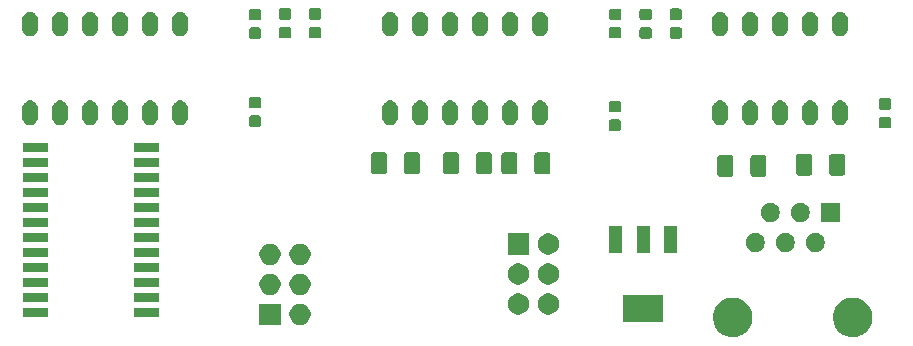
<source format=gts>
G04 #@! TF.GenerationSoftware,KiCad,Pcbnew,5.1.5*
G04 #@! TF.CreationDate,2020-05-20T18:02:06-05:00*
G04 #@! TF.ProjectId,kdi574,6b646935-3734-42e6-9b69-6361645f7063,v01*
G04 #@! TF.SameCoordinates,Original*
G04 #@! TF.FileFunction,Soldermask,Top*
G04 #@! TF.FilePolarity,Negative*
%FSLAX46Y46*%
G04 Gerber Fmt 4.6, Leading zero omitted, Abs format (unit mm)*
G04 Created by KiCad (PCBNEW 5.1.5) date 2020-05-20 18:02:06*
%MOMM*%
%LPD*%
G04 APERTURE LIST*
%ADD10C,0.100000*%
G04 APERTURE END LIST*
D10*
G36*
X194438732Y-105798400D02*
G01*
X194600615Y-105830601D01*
X194905589Y-105956926D01*
X195180061Y-106140321D01*
X195413479Y-106373739D01*
X195596874Y-106648211D01*
X195723199Y-106953185D01*
X195723199Y-106953187D01*
X195787555Y-107276721D01*
X195787600Y-107276950D01*
X195787600Y-107607050D01*
X195723199Y-107930815D01*
X195596874Y-108235789D01*
X195413479Y-108510261D01*
X195180061Y-108743679D01*
X194905589Y-108927074D01*
X194600615Y-109053399D01*
X194438733Y-109085599D01*
X194276852Y-109117800D01*
X193946748Y-109117800D01*
X193784867Y-109085599D01*
X193622985Y-109053399D01*
X193318011Y-108927074D01*
X193043539Y-108743679D01*
X192810121Y-108510261D01*
X192626726Y-108235789D01*
X192500401Y-107930815D01*
X192436000Y-107607050D01*
X192436000Y-107276950D01*
X192436046Y-107276721D01*
X192500401Y-106953187D01*
X192500401Y-106953185D01*
X192626726Y-106648211D01*
X192810121Y-106373739D01*
X193043539Y-106140321D01*
X193318011Y-105956926D01*
X193622985Y-105830601D01*
X193784868Y-105798400D01*
X193946748Y-105766200D01*
X194276852Y-105766200D01*
X194438732Y-105798400D01*
G37*
G36*
X184278732Y-105798400D02*
G01*
X184440615Y-105830601D01*
X184745589Y-105956926D01*
X185020061Y-106140321D01*
X185253479Y-106373739D01*
X185436874Y-106648211D01*
X185563199Y-106953185D01*
X185563199Y-106953187D01*
X185627555Y-107276721D01*
X185627600Y-107276950D01*
X185627600Y-107607050D01*
X185563199Y-107930815D01*
X185436874Y-108235789D01*
X185253479Y-108510261D01*
X185020061Y-108743679D01*
X184745589Y-108927074D01*
X184440615Y-109053399D01*
X184278733Y-109085599D01*
X184116852Y-109117800D01*
X183786748Y-109117800D01*
X183624867Y-109085599D01*
X183462985Y-109053399D01*
X183158011Y-108927074D01*
X182883539Y-108743679D01*
X182650121Y-108510261D01*
X182466726Y-108235789D01*
X182340401Y-107930815D01*
X182276000Y-107607050D01*
X182276000Y-107276950D01*
X182276046Y-107276721D01*
X182340401Y-106953187D01*
X182340401Y-106953185D01*
X182466726Y-106648211D01*
X182650121Y-106373739D01*
X182883539Y-106140321D01*
X183158011Y-105956926D01*
X183462985Y-105830601D01*
X183624868Y-105798400D01*
X183786748Y-105766200D01*
X184116852Y-105766200D01*
X184278732Y-105798400D01*
G37*
G36*
X145680800Y-108088800D02*
G01*
X143879200Y-108088800D01*
X143879200Y-106287200D01*
X145680800Y-106287200D01*
X145680800Y-108088800D01*
G37*
G36*
X147582754Y-106321817D02*
G01*
X147746689Y-106389721D01*
X147894227Y-106488303D01*
X148019697Y-106613773D01*
X148118279Y-106761311D01*
X148186183Y-106925246D01*
X148220800Y-107099279D01*
X148220800Y-107276721D01*
X148186183Y-107450754D01*
X148118279Y-107614689D01*
X148019697Y-107762227D01*
X147894227Y-107887697D01*
X147746689Y-107986279D01*
X147582754Y-108054183D01*
X147408721Y-108088800D01*
X147231279Y-108088800D01*
X147057246Y-108054183D01*
X146893311Y-107986279D01*
X146745773Y-107887697D01*
X146620303Y-107762227D01*
X146521721Y-107614689D01*
X146453817Y-107450754D01*
X146419200Y-107276721D01*
X146419200Y-107099279D01*
X146453817Y-106925246D01*
X146521721Y-106761311D01*
X146620303Y-106613773D01*
X146745773Y-106488303D01*
X146893311Y-106389721D01*
X147057246Y-106321817D01*
X147231279Y-106287200D01*
X147408721Y-106287200D01*
X147582754Y-106321817D01*
G37*
G36*
X178040700Y-107797500D02*
G01*
X174689100Y-107797500D01*
X174689100Y-105545900D01*
X178040700Y-105545900D01*
X178040700Y-107797500D01*
G37*
G36*
X125988740Y-107428460D02*
G01*
X123848740Y-107428460D01*
X123848740Y-106688460D01*
X125988740Y-106688460D01*
X125988740Y-107428460D01*
G37*
G36*
X135388740Y-107428460D02*
G01*
X133248740Y-107428460D01*
X133248740Y-106688460D01*
X135388740Y-106688460D01*
X135388740Y-107428460D01*
G37*
G36*
X168601254Y-105445517D02*
G01*
X168765189Y-105513421D01*
X168912727Y-105612003D01*
X169038197Y-105737473D01*
X169136779Y-105885011D01*
X169204683Y-106048946D01*
X169239300Y-106222979D01*
X169239300Y-106400421D01*
X169204683Y-106574454D01*
X169136779Y-106738389D01*
X169038197Y-106885927D01*
X168912727Y-107011397D01*
X168765189Y-107109979D01*
X168601254Y-107177883D01*
X168427221Y-107212500D01*
X168249779Y-107212500D01*
X168075746Y-107177883D01*
X167911811Y-107109979D01*
X167764273Y-107011397D01*
X167638803Y-106885927D01*
X167540221Y-106738389D01*
X167472317Y-106574454D01*
X167437700Y-106400421D01*
X167437700Y-106222979D01*
X167472317Y-106048946D01*
X167540221Y-105885011D01*
X167638803Y-105737473D01*
X167764273Y-105612003D01*
X167911811Y-105513421D01*
X168075746Y-105445517D01*
X168249779Y-105410900D01*
X168427221Y-105410900D01*
X168601254Y-105445517D01*
G37*
G36*
X166061254Y-105445517D02*
G01*
X166225189Y-105513421D01*
X166372727Y-105612003D01*
X166498197Y-105737473D01*
X166596779Y-105885011D01*
X166664683Y-106048946D01*
X166699300Y-106222979D01*
X166699300Y-106400421D01*
X166664683Y-106574454D01*
X166596779Y-106738389D01*
X166498197Y-106885927D01*
X166372727Y-107011397D01*
X166225189Y-107109979D01*
X166061254Y-107177883D01*
X165887221Y-107212500D01*
X165709779Y-107212500D01*
X165535746Y-107177883D01*
X165371811Y-107109979D01*
X165224273Y-107011397D01*
X165098803Y-106885927D01*
X165000221Y-106738389D01*
X164932317Y-106574454D01*
X164897700Y-106400421D01*
X164897700Y-106222979D01*
X164932317Y-106048946D01*
X165000221Y-105885011D01*
X165098803Y-105737473D01*
X165224273Y-105612003D01*
X165371811Y-105513421D01*
X165535746Y-105445517D01*
X165709779Y-105410900D01*
X165887221Y-105410900D01*
X166061254Y-105445517D01*
G37*
G36*
X135388740Y-106158460D02*
G01*
X133248740Y-106158460D01*
X133248740Y-105418460D01*
X135388740Y-105418460D01*
X135388740Y-106158460D01*
G37*
G36*
X125988740Y-106158460D02*
G01*
X123848740Y-106158460D01*
X123848740Y-105418460D01*
X125988740Y-105418460D01*
X125988740Y-106158460D01*
G37*
G36*
X147582754Y-103781817D02*
G01*
X147746689Y-103849721D01*
X147894227Y-103948303D01*
X148019697Y-104073773D01*
X148118279Y-104221311D01*
X148186183Y-104385246D01*
X148220800Y-104559279D01*
X148220800Y-104736721D01*
X148186183Y-104910754D01*
X148118279Y-105074689D01*
X148019697Y-105222227D01*
X147894227Y-105347697D01*
X147746689Y-105446279D01*
X147582754Y-105514183D01*
X147408721Y-105548800D01*
X147231279Y-105548800D01*
X147057246Y-105514183D01*
X146893311Y-105446279D01*
X146745773Y-105347697D01*
X146620303Y-105222227D01*
X146521721Y-105074689D01*
X146453817Y-104910754D01*
X146419200Y-104736721D01*
X146419200Y-104559279D01*
X146453817Y-104385246D01*
X146521721Y-104221311D01*
X146620303Y-104073773D01*
X146745773Y-103948303D01*
X146893311Y-103849721D01*
X147057246Y-103781817D01*
X147231279Y-103747200D01*
X147408721Y-103747200D01*
X147582754Y-103781817D01*
G37*
G36*
X145042754Y-103781817D02*
G01*
X145206689Y-103849721D01*
X145354227Y-103948303D01*
X145479697Y-104073773D01*
X145578279Y-104221311D01*
X145646183Y-104385246D01*
X145680800Y-104559279D01*
X145680800Y-104736721D01*
X145646183Y-104910754D01*
X145578279Y-105074689D01*
X145479697Y-105222227D01*
X145354227Y-105347697D01*
X145206689Y-105446279D01*
X145042754Y-105514183D01*
X144868721Y-105548800D01*
X144691279Y-105548800D01*
X144517246Y-105514183D01*
X144353311Y-105446279D01*
X144205773Y-105347697D01*
X144080303Y-105222227D01*
X143981721Y-105074689D01*
X143913817Y-104910754D01*
X143879200Y-104736721D01*
X143879200Y-104559279D01*
X143913817Y-104385246D01*
X143981721Y-104221311D01*
X144080303Y-104073773D01*
X144205773Y-103948303D01*
X144353311Y-103849721D01*
X144517246Y-103781817D01*
X144691279Y-103747200D01*
X144868721Y-103747200D01*
X145042754Y-103781817D01*
G37*
G36*
X135388740Y-104888460D02*
G01*
X133248740Y-104888460D01*
X133248740Y-104148460D01*
X135388740Y-104148460D01*
X135388740Y-104888460D01*
G37*
G36*
X125988740Y-104888460D02*
G01*
X123848740Y-104888460D01*
X123848740Y-104148460D01*
X125988740Y-104148460D01*
X125988740Y-104888460D01*
G37*
G36*
X166061254Y-102905517D02*
G01*
X166225189Y-102973421D01*
X166372727Y-103072003D01*
X166498197Y-103197473D01*
X166596779Y-103345011D01*
X166664683Y-103508946D01*
X166699300Y-103682979D01*
X166699300Y-103860421D01*
X166664683Y-104034454D01*
X166596779Y-104198389D01*
X166498197Y-104345927D01*
X166372727Y-104471397D01*
X166225189Y-104569979D01*
X166061254Y-104637883D01*
X165887221Y-104672500D01*
X165709779Y-104672500D01*
X165535746Y-104637883D01*
X165371811Y-104569979D01*
X165224273Y-104471397D01*
X165098803Y-104345927D01*
X165000221Y-104198389D01*
X164932317Y-104034454D01*
X164897700Y-103860421D01*
X164897700Y-103682979D01*
X164932317Y-103508946D01*
X165000221Y-103345011D01*
X165098803Y-103197473D01*
X165224273Y-103072003D01*
X165371811Y-102973421D01*
X165535746Y-102905517D01*
X165709779Y-102870900D01*
X165887221Y-102870900D01*
X166061254Y-102905517D01*
G37*
G36*
X168601254Y-102905517D02*
G01*
X168765189Y-102973421D01*
X168912727Y-103072003D01*
X169038197Y-103197473D01*
X169136779Y-103345011D01*
X169204683Y-103508946D01*
X169239300Y-103682979D01*
X169239300Y-103860421D01*
X169204683Y-104034454D01*
X169136779Y-104198389D01*
X169038197Y-104345927D01*
X168912727Y-104471397D01*
X168765189Y-104569979D01*
X168601254Y-104637883D01*
X168427221Y-104672500D01*
X168249779Y-104672500D01*
X168075746Y-104637883D01*
X167911811Y-104569979D01*
X167764273Y-104471397D01*
X167638803Y-104345927D01*
X167540221Y-104198389D01*
X167472317Y-104034454D01*
X167437700Y-103860421D01*
X167437700Y-103682979D01*
X167472317Y-103508946D01*
X167540221Y-103345011D01*
X167638803Y-103197473D01*
X167764273Y-103072003D01*
X167911811Y-102973421D01*
X168075746Y-102905517D01*
X168249779Y-102870900D01*
X168427221Y-102870900D01*
X168601254Y-102905517D01*
G37*
G36*
X135388740Y-103618460D02*
G01*
X133248740Y-103618460D01*
X133248740Y-102878460D01*
X135388740Y-102878460D01*
X135388740Y-103618460D01*
G37*
G36*
X125988740Y-103618460D02*
G01*
X123848740Y-103618460D01*
X123848740Y-102878460D01*
X125988740Y-102878460D01*
X125988740Y-103618460D01*
G37*
G36*
X147582754Y-101241817D02*
G01*
X147746689Y-101309721D01*
X147894227Y-101408303D01*
X148019697Y-101533773D01*
X148118279Y-101681311D01*
X148186183Y-101845246D01*
X148220800Y-102019279D01*
X148220800Y-102196721D01*
X148186183Y-102370754D01*
X148118279Y-102534689D01*
X148019697Y-102682227D01*
X147894227Y-102807697D01*
X147746689Y-102906279D01*
X147582754Y-102974183D01*
X147408721Y-103008800D01*
X147231279Y-103008800D01*
X147057246Y-102974183D01*
X146893311Y-102906279D01*
X146745773Y-102807697D01*
X146620303Y-102682227D01*
X146521721Y-102534689D01*
X146453817Y-102370754D01*
X146419200Y-102196721D01*
X146419200Y-102019279D01*
X146453817Y-101845246D01*
X146521721Y-101681311D01*
X146620303Y-101533773D01*
X146745773Y-101408303D01*
X146893311Y-101309721D01*
X147057246Y-101241817D01*
X147231279Y-101207200D01*
X147408721Y-101207200D01*
X147582754Y-101241817D01*
G37*
G36*
X145042754Y-101241817D02*
G01*
X145206689Y-101309721D01*
X145354227Y-101408303D01*
X145479697Y-101533773D01*
X145578279Y-101681311D01*
X145646183Y-101845246D01*
X145680800Y-102019279D01*
X145680800Y-102196721D01*
X145646183Y-102370754D01*
X145578279Y-102534689D01*
X145479697Y-102682227D01*
X145354227Y-102807697D01*
X145206689Y-102906279D01*
X145042754Y-102974183D01*
X144868721Y-103008800D01*
X144691279Y-103008800D01*
X144517246Y-102974183D01*
X144353311Y-102906279D01*
X144205773Y-102807697D01*
X144080303Y-102682227D01*
X143981721Y-102534689D01*
X143913817Y-102370754D01*
X143879200Y-102196721D01*
X143879200Y-102019279D01*
X143913817Y-101845246D01*
X143981721Y-101681311D01*
X144080303Y-101533773D01*
X144205773Y-101408303D01*
X144353311Y-101309721D01*
X144517246Y-101241817D01*
X144691279Y-101207200D01*
X144868721Y-101207200D01*
X145042754Y-101241817D01*
G37*
G36*
X135388740Y-102348460D02*
G01*
X133248740Y-102348460D01*
X133248740Y-101608460D01*
X135388740Y-101608460D01*
X135388740Y-102348460D01*
G37*
G36*
X125988740Y-102348460D02*
G01*
X123848740Y-102348460D01*
X123848740Y-101608460D01*
X125988740Y-101608460D01*
X125988740Y-102348460D01*
G37*
G36*
X166699300Y-102132500D02*
G01*
X164897700Y-102132500D01*
X164897700Y-100330900D01*
X166699300Y-100330900D01*
X166699300Y-102132500D01*
G37*
G36*
X168601254Y-100365517D02*
G01*
X168765189Y-100433421D01*
X168912727Y-100532003D01*
X169038197Y-100657473D01*
X169136779Y-100805011D01*
X169204683Y-100968946D01*
X169239300Y-101142979D01*
X169239300Y-101320421D01*
X169204683Y-101494454D01*
X169136779Y-101658389D01*
X169038197Y-101805927D01*
X168912727Y-101931397D01*
X168765189Y-102029979D01*
X168601254Y-102097883D01*
X168427221Y-102132500D01*
X168249779Y-102132500D01*
X168075746Y-102097883D01*
X167911811Y-102029979D01*
X167764273Y-101931397D01*
X167638803Y-101805927D01*
X167540221Y-101658389D01*
X167472317Y-101494454D01*
X167437700Y-101320421D01*
X167437700Y-101142979D01*
X167472317Y-100968946D01*
X167540221Y-100805011D01*
X167638803Y-100657473D01*
X167764273Y-100532003D01*
X167911811Y-100433421D01*
X168075746Y-100365517D01*
X168249779Y-100330900D01*
X168427221Y-100330900D01*
X168601254Y-100365517D01*
G37*
G36*
X179209900Y-102016700D02*
G01*
X178119900Y-102016700D01*
X178119900Y-99726700D01*
X179209900Y-99726700D01*
X179209900Y-102016700D01*
G37*
G36*
X174609900Y-102016700D02*
G01*
X173519900Y-102016700D01*
X173519900Y-99726700D01*
X174609900Y-99726700D01*
X174609900Y-102016700D01*
G37*
G36*
X176909900Y-102016700D02*
G01*
X175819900Y-102016700D01*
X175819900Y-99726700D01*
X176909900Y-99726700D01*
X176909900Y-102016700D01*
G37*
G36*
X186088302Y-100312359D02*
G01*
X186235858Y-100373478D01*
X186368655Y-100462211D01*
X186481589Y-100575145D01*
X186570322Y-100707942D01*
X186631441Y-100855498D01*
X186662600Y-101012143D01*
X186662600Y-101171857D01*
X186631441Y-101328502D01*
X186570322Y-101476058D01*
X186481589Y-101608855D01*
X186368655Y-101721789D01*
X186235858Y-101810522D01*
X186088302Y-101871641D01*
X185931657Y-101902800D01*
X185771943Y-101902800D01*
X185615298Y-101871641D01*
X185467742Y-101810522D01*
X185334945Y-101721789D01*
X185222011Y-101608855D01*
X185133278Y-101476058D01*
X185072159Y-101328502D01*
X185041000Y-101171857D01*
X185041000Y-101012143D01*
X185072159Y-100855498D01*
X185133278Y-100707942D01*
X185222011Y-100575145D01*
X185334945Y-100462211D01*
X185467742Y-100373478D01*
X185615298Y-100312359D01*
X185771943Y-100281200D01*
X185931657Y-100281200D01*
X186088302Y-100312359D01*
G37*
G36*
X188628302Y-100312359D02*
G01*
X188775858Y-100373478D01*
X188908655Y-100462211D01*
X189021589Y-100575145D01*
X189110322Y-100707942D01*
X189171441Y-100855498D01*
X189202600Y-101012143D01*
X189202600Y-101171857D01*
X189171441Y-101328502D01*
X189110322Y-101476058D01*
X189021589Y-101608855D01*
X188908655Y-101721789D01*
X188775858Y-101810522D01*
X188628302Y-101871641D01*
X188471657Y-101902800D01*
X188311943Y-101902800D01*
X188155298Y-101871641D01*
X188007742Y-101810522D01*
X187874945Y-101721789D01*
X187762011Y-101608855D01*
X187673278Y-101476058D01*
X187612159Y-101328502D01*
X187581000Y-101171857D01*
X187581000Y-101012143D01*
X187612159Y-100855498D01*
X187673278Y-100707942D01*
X187762011Y-100575145D01*
X187874945Y-100462211D01*
X188007742Y-100373478D01*
X188155298Y-100312359D01*
X188311943Y-100281200D01*
X188471657Y-100281200D01*
X188628302Y-100312359D01*
G37*
G36*
X191168302Y-100312359D02*
G01*
X191315858Y-100373478D01*
X191448655Y-100462211D01*
X191561589Y-100575145D01*
X191650322Y-100707942D01*
X191711441Y-100855498D01*
X191742600Y-101012143D01*
X191742600Y-101171857D01*
X191711441Y-101328502D01*
X191650322Y-101476058D01*
X191561589Y-101608855D01*
X191448655Y-101721789D01*
X191315858Y-101810522D01*
X191168302Y-101871641D01*
X191011657Y-101902800D01*
X190851943Y-101902800D01*
X190695298Y-101871641D01*
X190547742Y-101810522D01*
X190414945Y-101721789D01*
X190302011Y-101608855D01*
X190213278Y-101476058D01*
X190152159Y-101328502D01*
X190121000Y-101171857D01*
X190121000Y-101012143D01*
X190152159Y-100855498D01*
X190213278Y-100707942D01*
X190302011Y-100575145D01*
X190414945Y-100462211D01*
X190547742Y-100373478D01*
X190695298Y-100312359D01*
X190851943Y-100281200D01*
X191011657Y-100281200D01*
X191168302Y-100312359D01*
G37*
G36*
X135388740Y-101078460D02*
G01*
X133248740Y-101078460D01*
X133248740Y-100338460D01*
X135388740Y-100338460D01*
X135388740Y-101078460D01*
G37*
G36*
X125988740Y-101078460D02*
G01*
X123848740Y-101078460D01*
X123848740Y-100338460D01*
X125988740Y-100338460D01*
X125988740Y-101078460D01*
G37*
G36*
X135388740Y-99808460D02*
G01*
X133248740Y-99808460D01*
X133248740Y-99068460D01*
X135388740Y-99068460D01*
X135388740Y-99808460D01*
G37*
G36*
X125988740Y-99808460D02*
G01*
X123848740Y-99808460D01*
X123848740Y-99068460D01*
X125988740Y-99068460D01*
X125988740Y-99808460D01*
G37*
G36*
X193012600Y-99362800D02*
G01*
X191391000Y-99362800D01*
X191391000Y-97741200D01*
X193012600Y-97741200D01*
X193012600Y-99362800D01*
G37*
G36*
X189898302Y-97772359D02*
G01*
X190045858Y-97833478D01*
X190178655Y-97922211D01*
X190291589Y-98035145D01*
X190380322Y-98167942D01*
X190441441Y-98315498D01*
X190472600Y-98472143D01*
X190472600Y-98631857D01*
X190441441Y-98788502D01*
X190380322Y-98936058D01*
X190291589Y-99068855D01*
X190178655Y-99181789D01*
X190045858Y-99270522D01*
X189898302Y-99331641D01*
X189741657Y-99362800D01*
X189581943Y-99362800D01*
X189425298Y-99331641D01*
X189277742Y-99270522D01*
X189144945Y-99181789D01*
X189032011Y-99068855D01*
X188943278Y-98936058D01*
X188882159Y-98788502D01*
X188851000Y-98631857D01*
X188851000Y-98472143D01*
X188882159Y-98315498D01*
X188943278Y-98167942D01*
X189032011Y-98035145D01*
X189144945Y-97922211D01*
X189277742Y-97833478D01*
X189425298Y-97772359D01*
X189581943Y-97741200D01*
X189741657Y-97741200D01*
X189898302Y-97772359D01*
G37*
G36*
X187358302Y-97772359D02*
G01*
X187505858Y-97833478D01*
X187638655Y-97922211D01*
X187751589Y-98035145D01*
X187840322Y-98167942D01*
X187901441Y-98315498D01*
X187932600Y-98472143D01*
X187932600Y-98631857D01*
X187901441Y-98788502D01*
X187840322Y-98936058D01*
X187751589Y-99068855D01*
X187638655Y-99181789D01*
X187505858Y-99270522D01*
X187358302Y-99331641D01*
X187201657Y-99362800D01*
X187041943Y-99362800D01*
X186885298Y-99331641D01*
X186737742Y-99270522D01*
X186604945Y-99181789D01*
X186492011Y-99068855D01*
X186403278Y-98936058D01*
X186342159Y-98788502D01*
X186311000Y-98631857D01*
X186311000Y-98472143D01*
X186342159Y-98315498D01*
X186403278Y-98167942D01*
X186492011Y-98035145D01*
X186604945Y-97922211D01*
X186737742Y-97833478D01*
X186885298Y-97772359D01*
X187041943Y-97741200D01*
X187201657Y-97741200D01*
X187358302Y-97772359D01*
G37*
G36*
X125988740Y-98538460D02*
G01*
X123848740Y-98538460D01*
X123848740Y-97798460D01*
X125988740Y-97798460D01*
X125988740Y-98538460D01*
G37*
G36*
X135388740Y-98538460D02*
G01*
X133248740Y-98538460D01*
X133248740Y-97798460D01*
X135388740Y-97798460D01*
X135388740Y-98538460D01*
G37*
G36*
X125988740Y-97268460D02*
G01*
X123848740Y-97268460D01*
X123848740Y-96528460D01*
X125988740Y-96528460D01*
X125988740Y-97268460D01*
G37*
G36*
X135388740Y-97268460D02*
G01*
X133248740Y-97268460D01*
X133248740Y-96528460D01*
X135388740Y-96528460D01*
X135388740Y-97268460D01*
G37*
G36*
X125988740Y-95998460D02*
G01*
X123848740Y-95998460D01*
X123848740Y-95258460D01*
X125988740Y-95258460D01*
X125988740Y-95998460D01*
G37*
G36*
X135388740Y-95998460D02*
G01*
X133248740Y-95998460D01*
X133248740Y-95258460D01*
X135388740Y-95258460D01*
X135388740Y-95998460D01*
G37*
G36*
X183816756Y-93681351D02*
G01*
X183861741Y-93694997D01*
X183903193Y-93717154D01*
X183939527Y-93746973D01*
X183969346Y-93783307D01*
X183991503Y-93824759D01*
X184005149Y-93869744D01*
X184010000Y-93919003D01*
X184010000Y-95285597D01*
X184005149Y-95334856D01*
X183991503Y-95379841D01*
X183969346Y-95421293D01*
X183939527Y-95457627D01*
X183903193Y-95487446D01*
X183861741Y-95509603D01*
X183816756Y-95523249D01*
X183767497Y-95528100D01*
X182900903Y-95528100D01*
X182851644Y-95523249D01*
X182806659Y-95509603D01*
X182765207Y-95487446D01*
X182728873Y-95457627D01*
X182699054Y-95421293D01*
X182676897Y-95379841D01*
X182663251Y-95334856D01*
X182658400Y-95285597D01*
X182658400Y-93919003D01*
X182663251Y-93869744D01*
X182676897Y-93824759D01*
X182699054Y-93783307D01*
X182728873Y-93746973D01*
X182765207Y-93717154D01*
X182806659Y-93694997D01*
X182851644Y-93681351D01*
X182900903Y-93676500D01*
X183767497Y-93676500D01*
X183816756Y-93681351D01*
G37*
G36*
X186616756Y-93681351D02*
G01*
X186661741Y-93694997D01*
X186703193Y-93717154D01*
X186739527Y-93746973D01*
X186769346Y-93783307D01*
X186791503Y-93824759D01*
X186805149Y-93869744D01*
X186810000Y-93919003D01*
X186810000Y-95285597D01*
X186805149Y-95334856D01*
X186791503Y-95379841D01*
X186769346Y-95421293D01*
X186739527Y-95457627D01*
X186703193Y-95487446D01*
X186661741Y-95509603D01*
X186616756Y-95523249D01*
X186567497Y-95528100D01*
X185700903Y-95528100D01*
X185651644Y-95523249D01*
X185606659Y-95509603D01*
X185565207Y-95487446D01*
X185528873Y-95457627D01*
X185499054Y-95421293D01*
X185476897Y-95379841D01*
X185463251Y-95334856D01*
X185458400Y-95285597D01*
X185458400Y-93919003D01*
X185463251Y-93869744D01*
X185476897Y-93824759D01*
X185499054Y-93783307D01*
X185528873Y-93746973D01*
X185565207Y-93717154D01*
X185606659Y-93694997D01*
X185651644Y-93681351D01*
X185700903Y-93676500D01*
X186567497Y-93676500D01*
X186616756Y-93681351D01*
G37*
G36*
X190484256Y-93592451D02*
G01*
X190529241Y-93606097D01*
X190570693Y-93628254D01*
X190607027Y-93658073D01*
X190636846Y-93694407D01*
X190659003Y-93735859D01*
X190672649Y-93780844D01*
X190677500Y-93830103D01*
X190677500Y-95196697D01*
X190672649Y-95245956D01*
X190659003Y-95290941D01*
X190636846Y-95332393D01*
X190607027Y-95368727D01*
X190570693Y-95398546D01*
X190529241Y-95420703D01*
X190484256Y-95434349D01*
X190434997Y-95439200D01*
X189568403Y-95439200D01*
X189519144Y-95434349D01*
X189474159Y-95420703D01*
X189432707Y-95398546D01*
X189396373Y-95368727D01*
X189366554Y-95332393D01*
X189344397Y-95290941D01*
X189330751Y-95245956D01*
X189325900Y-95196697D01*
X189325900Y-93830103D01*
X189330751Y-93780844D01*
X189344397Y-93735859D01*
X189366554Y-93694407D01*
X189396373Y-93658073D01*
X189432707Y-93628254D01*
X189474159Y-93606097D01*
X189519144Y-93592451D01*
X189568403Y-93587600D01*
X190434997Y-93587600D01*
X190484256Y-93592451D01*
G37*
G36*
X193284256Y-93592451D02*
G01*
X193329241Y-93606097D01*
X193370693Y-93628254D01*
X193407027Y-93658073D01*
X193436846Y-93694407D01*
X193459003Y-93735859D01*
X193472649Y-93780844D01*
X193477500Y-93830103D01*
X193477500Y-95196697D01*
X193472649Y-95245956D01*
X193459003Y-95290941D01*
X193436846Y-95332393D01*
X193407027Y-95368727D01*
X193370693Y-95398546D01*
X193329241Y-95420703D01*
X193284256Y-95434349D01*
X193234997Y-95439200D01*
X192368403Y-95439200D01*
X192319144Y-95434349D01*
X192274159Y-95420703D01*
X192232707Y-95398546D01*
X192196373Y-95368727D01*
X192166554Y-95332393D01*
X192144397Y-95290941D01*
X192130751Y-95245956D01*
X192125900Y-95196697D01*
X192125900Y-93830103D01*
X192130751Y-93780844D01*
X192144397Y-93735859D01*
X192166554Y-93694407D01*
X192196373Y-93658073D01*
X192232707Y-93628254D01*
X192274159Y-93606097D01*
X192319144Y-93592451D01*
X192368403Y-93587600D01*
X193234997Y-93587600D01*
X193284256Y-93592451D01*
G37*
G36*
X154476756Y-93478151D02*
G01*
X154521741Y-93491797D01*
X154563193Y-93513954D01*
X154599527Y-93543773D01*
X154629346Y-93580107D01*
X154651503Y-93621559D01*
X154665149Y-93666544D01*
X154670000Y-93715803D01*
X154670000Y-95082397D01*
X154665149Y-95131656D01*
X154651503Y-95176641D01*
X154629346Y-95218093D01*
X154599527Y-95254427D01*
X154563193Y-95284246D01*
X154521741Y-95306403D01*
X154476756Y-95320049D01*
X154427497Y-95324900D01*
X153560903Y-95324900D01*
X153511644Y-95320049D01*
X153466659Y-95306403D01*
X153425207Y-95284246D01*
X153388873Y-95254427D01*
X153359054Y-95218093D01*
X153336897Y-95176641D01*
X153323251Y-95131656D01*
X153318400Y-95082397D01*
X153318400Y-93715803D01*
X153323251Y-93666544D01*
X153336897Y-93621559D01*
X153359054Y-93580107D01*
X153388873Y-93543773D01*
X153425207Y-93513954D01*
X153466659Y-93491797D01*
X153511644Y-93478151D01*
X153560903Y-93473300D01*
X154427497Y-93473300D01*
X154476756Y-93478151D01*
G37*
G36*
X165525756Y-93478151D02*
G01*
X165570741Y-93491797D01*
X165612193Y-93513954D01*
X165648527Y-93543773D01*
X165678346Y-93580107D01*
X165700503Y-93621559D01*
X165714149Y-93666544D01*
X165719000Y-93715803D01*
X165719000Y-95082397D01*
X165714149Y-95131656D01*
X165700503Y-95176641D01*
X165678346Y-95218093D01*
X165648527Y-95254427D01*
X165612193Y-95284246D01*
X165570741Y-95306403D01*
X165525756Y-95320049D01*
X165476497Y-95324900D01*
X164609903Y-95324900D01*
X164560644Y-95320049D01*
X164515659Y-95306403D01*
X164474207Y-95284246D01*
X164437873Y-95254427D01*
X164408054Y-95218093D01*
X164385897Y-95176641D01*
X164372251Y-95131656D01*
X164367400Y-95082397D01*
X164367400Y-93715803D01*
X164372251Y-93666544D01*
X164385897Y-93621559D01*
X164408054Y-93580107D01*
X164437873Y-93543773D01*
X164474207Y-93513954D01*
X164515659Y-93491797D01*
X164560644Y-93478151D01*
X164609903Y-93473300D01*
X165476497Y-93473300D01*
X165525756Y-93478151D01*
G37*
G36*
X168325756Y-93478151D02*
G01*
X168370741Y-93491797D01*
X168412193Y-93513954D01*
X168448527Y-93543773D01*
X168478346Y-93580107D01*
X168500503Y-93621559D01*
X168514149Y-93666544D01*
X168519000Y-93715803D01*
X168519000Y-95082397D01*
X168514149Y-95131656D01*
X168500503Y-95176641D01*
X168478346Y-95218093D01*
X168448527Y-95254427D01*
X168412193Y-95284246D01*
X168370741Y-95306403D01*
X168325756Y-95320049D01*
X168276497Y-95324900D01*
X167409903Y-95324900D01*
X167360644Y-95320049D01*
X167315659Y-95306403D01*
X167274207Y-95284246D01*
X167237873Y-95254427D01*
X167208054Y-95218093D01*
X167185897Y-95176641D01*
X167172251Y-95131656D01*
X167167400Y-95082397D01*
X167167400Y-93715803D01*
X167172251Y-93666544D01*
X167185897Y-93621559D01*
X167208054Y-93580107D01*
X167237873Y-93543773D01*
X167274207Y-93513954D01*
X167315659Y-93491797D01*
X167360644Y-93478151D01*
X167409903Y-93473300D01*
X168276497Y-93473300D01*
X168325756Y-93478151D01*
G37*
G36*
X157276756Y-93478151D02*
G01*
X157321741Y-93491797D01*
X157363193Y-93513954D01*
X157399527Y-93543773D01*
X157429346Y-93580107D01*
X157451503Y-93621559D01*
X157465149Y-93666544D01*
X157470000Y-93715803D01*
X157470000Y-95082397D01*
X157465149Y-95131656D01*
X157451503Y-95176641D01*
X157429346Y-95218093D01*
X157399527Y-95254427D01*
X157363193Y-95284246D01*
X157321741Y-95306403D01*
X157276756Y-95320049D01*
X157227497Y-95324900D01*
X156360903Y-95324900D01*
X156311644Y-95320049D01*
X156266659Y-95306403D01*
X156225207Y-95284246D01*
X156188873Y-95254427D01*
X156159054Y-95218093D01*
X156136897Y-95176641D01*
X156123251Y-95131656D01*
X156118400Y-95082397D01*
X156118400Y-93715803D01*
X156123251Y-93666544D01*
X156136897Y-93621559D01*
X156159054Y-93580107D01*
X156188873Y-93543773D01*
X156225207Y-93513954D01*
X156266659Y-93491797D01*
X156311644Y-93478151D01*
X156360903Y-93473300D01*
X157227497Y-93473300D01*
X157276756Y-93478151D01*
G37*
G36*
X160578756Y-93478151D02*
G01*
X160623741Y-93491797D01*
X160665193Y-93513954D01*
X160701527Y-93543773D01*
X160731346Y-93580107D01*
X160753503Y-93621559D01*
X160767149Y-93666544D01*
X160772000Y-93715803D01*
X160772000Y-95082397D01*
X160767149Y-95131656D01*
X160753503Y-95176641D01*
X160731346Y-95218093D01*
X160701527Y-95254427D01*
X160665193Y-95284246D01*
X160623741Y-95306403D01*
X160578756Y-95320049D01*
X160529497Y-95324900D01*
X159662903Y-95324900D01*
X159613644Y-95320049D01*
X159568659Y-95306403D01*
X159527207Y-95284246D01*
X159490873Y-95254427D01*
X159461054Y-95218093D01*
X159438897Y-95176641D01*
X159425251Y-95131656D01*
X159420400Y-95082397D01*
X159420400Y-93715803D01*
X159425251Y-93666544D01*
X159438897Y-93621559D01*
X159461054Y-93580107D01*
X159490873Y-93543773D01*
X159527207Y-93513954D01*
X159568659Y-93491797D01*
X159613644Y-93478151D01*
X159662903Y-93473300D01*
X160529497Y-93473300D01*
X160578756Y-93478151D01*
G37*
G36*
X163378756Y-93478151D02*
G01*
X163423741Y-93491797D01*
X163465193Y-93513954D01*
X163501527Y-93543773D01*
X163531346Y-93580107D01*
X163553503Y-93621559D01*
X163567149Y-93666544D01*
X163572000Y-93715803D01*
X163572000Y-95082397D01*
X163567149Y-95131656D01*
X163553503Y-95176641D01*
X163531346Y-95218093D01*
X163501527Y-95254427D01*
X163465193Y-95284246D01*
X163423741Y-95306403D01*
X163378756Y-95320049D01*
X163329497Y-95324900D01*
X162462903Y-95324900D01*
X162413644Y-95320049D01*
X162368659Y-95306403D01*
X162327207Y-95284246D01*
X162290873Y-95254427D01*
X162261054Y-95218093D01*
X162238897Y-95176641D01*
X162225251Y-95131656D01*
X162220400Y-95082397D01*
X162220400Y-93715803D01*
X162225251Y-93666544D01*
X162238897Y-93621559D01*
X162261054Y-93580107D01*
X162290873Y-93543773D01*
X162327207Y-93513954D01*
X162368659Y-93491797D01*
X162413644Y-93478151D01*
X162462903Y-93473300D01*
X163329497Y-93473300D01*
X163378756Y-93478151D01*
G37*
G36*
X125988740Y-94728460D02*
G01*
X123848740Y-94728460D01*
X123848740Y-93988460D01*
X125988740Y-93988460D01*
X125988740Y-94728460D01*
G37*
G36*
X135388740Y-94728460D02*
G01*
X133248740Y-94728460D01*
X133248740Y-93988460D01*
X135388740Y-93988460D01*
X135388740Y-94728460D01*
G37*
G36*
X135388740Y-93458460D02*
G01*
X133248740Y-93458460D01*
X133248740Y-92718460D01*
X135388740Y-92718460D01*
X135388740Y-93458460D01*
G37*
G36*
X125988740Y-93458460D02*
G01*
X123848740Y-93458460D01*
X123848740Y-92718460D01*
X125988740Y-92718460D01*
X125988740Y-93458460D01*
G37*
G36*
X174329401Y-90687106D02*
G01*
X174370414Y-90699548D01*
X174408220Y-90719755D01*
X174441353Y-90746947D01*
X174468545Y-90780080D01*
X174488752Y-90817886D01*
X174501194Y-90858899D01*
X174505640Y-90904042D01*
X174505640Y-91437878D01*
X174501194Y-91483021D01*
X174488752Y-91524034D01*
X174468545Y-91561840D01*
X174441353Y-91594973D01*
X174408220Y-91622165D01*
X174370414Y-91642372D01*
X174329401Y-91654814D01*
X174284258Y-91659260D01*
X173675422Y-91659260D01*
X173630279Y-91654814D01*
X173589266Y-91642372D01*
X173551460Y-91622165D01*
X173518327Y-91594973D01*
X173491135Y-91561840D01*
X173470928Y-91524034D01*
X173458486Y-91483021D01*
X173454040Y-91437878D01*
X173454040Y-90904042D01*
X173458486Y-90858899D01*
X173470928Y-90817886D01*
X173491135Y-90780080D01*
X173518327Y-90746947D01*
X173551460Y-90719755D01*
X173589266Y-90699548D01*
X173630279Y-90687106D01*
X173675422Y-90682660D01*
X174284258Y-90682660D01*
X174329401Y-90687106D01*
G37*
G36*
X197199561Y-90473646D02*
G01*
X197240574Y-90486088D01*
X197278380Y-90506295D01*
X197311513Y-90533487D01*
X197338705Y-90566620D01*
X197358912Y-90604426D01*
X197371354Y-90645439D01*
X197375800Y-90690582D01*
X197375800Y-91224418D01*
X197371354Y-91269561D01*
X197358912Y-91310574D01*
X197338705Y-91348380D01*
X197311513Y-91381513D01*
X197278380Y-91408705D01*
X197240574Y-91428912D01*
X197199561Y-91441354D01*
X197154418Y-91445800D01*
X196545582Y-91445800D01*
X196500439Y-91441354D01*
X196459426Y-91428912D01*
X196421620Y-91408705D01*
X196388487Y-91381513D01*
X196361295Y-91348380D01*
X196341088Y-91310574D01*
X196328646Y-91269561D01*
X196324200Y-91224418D01*
X196324200Y-90690582D01*
X196328646Y-90645439D01*
X196341088Y-90604426D01*
X196361295Y-90566620D01*
X196388487Y-90533487D01*
X196421620Y-90506295D01*
X196459426Y-90486088D01*
X196500439Y-90473646D01*
X196545582Y-90469200D01*
X197154418Y-90469200D01*
X197199561Y-90473646D01*
G37*
G36*
X143859561Y-90343646D02*
G01*
X143900574Y-90356088D01*
X143938380Y-90376295D01*
X143971513Y-90403487D01*
X143998705Y-90436620D01*
X144018912Y-90474426D01*
X144031354Y-90515439D01*
X144035800Y-90560582D01*
X144035800Y-91094418D01*
X144031354Y-91139561D01*
X144018912Y-91180574D01*
X143998705Y-91218380D01*
X143971513Y-91251513D01*
X143938380Y-91278705D01*
X143900574Y-91298912D01*
X143859561Y-91311354D01*
X143814418Y-91315800D01*
X143205582Y-91315800D01*
X143160439Y-91311354D01*
X143119426Y-91298912D01*
X143081620Y-91278705D01*
X143048487Y-91251513D01*
X143021295Y-91218380D01*
X143001088Y-91180574D01*
X142988646Y-91139561D01*
X142984200Y-91094418D01*
X142984200Y-90560582D01*
X142988646Y-90515439D01*
X143001088Y-90474426D01*
X143021295Y-90436620D01*
X143048487Y-90403487D01*
X143081620Y-90376295D01*
X143119426Y-90356088D01*
X143160439Y-90343646D01*
X143205582Y-90339200D01*
X143814418Y-90339200D01*
X143859561Y-90343646D01*
G37*
G36*
X167767577Y-89078616D02*
G01*
X167890257Y-89115831D01*
X168003314Y-89176262D01*
X168051939Y-89216168D01*
X168102411Y-89257589D01*
X168161051Y-89329042D01*
X168183740Y-89356688D01*
X168244169Y-89469742D01*
X168281384Y-89592422D01*
X168290800Y-89688032D01*
X168290800Y-90551968D01*
X168281384Y-90647578D01*
X168244169Y-90770258D01*
X168183738Y-90883315D01*
X168102411Y-90982411D01*
X168003315Y-91063738D01*
X167890258Y-91124169D01*
X167767578Y-91161384D01*
X167640000Y-91173948D01*
X167512423Y-91161384D01*
X167389743Y-91124169D01*
X167276686Y-91063738D01*
X167177590Y-90982411D01*
X167096263Y-90883315D01*
X167035830Y-90770253D01*
X166998617Y-90647583D01*
X166989200Y-90551968D01*
X166989200Y-89688033D01*
X166998616Y-89592423D01*
X167035831Y-89469743D01*
X167096262Y-89356686D01*
X167155997Y-89283899D01*
X167177589Y-89257589D01*
X167255992Y-89193245D01*
X167276688Y-89176260D01*
X167389742Y-89115831D01*
X167512422Y-89078616D01*
X167640000Y-89066052D01*
X167767577Y-89078616D01*
G37*
G36*
X155067577Y-89078616D02*
G01*
X155190257Y-89115831D01*
X155303314Y-89176262D01*
X155351939Y-89216168D01*
X155402411Y-89257589D01*
X155461051Y-89329042D01*
X155483740Y-89356688D01*
X155544169Y-89469742D01*
X155581384Y-89592422D01*
X155590800Y-89688032D01*
X155590800Y-90551968D01*
X155581384Y-90647578D01*
X155544169Y-90770258D01*
X155483738Y-90883315D01*
X155402411Y-90982411D01*
X155303315Y-91063738D01*
X155190258Y-91124169D01*
X155067578Y-91161384D01*
X154940000Y-91173948D01*
X154812423Y-91161384D01*
X154689743Y-91124169D01*
X154576686Y-91063738D01*
X154477590Y-90982411D01*
X154396263Y-90883315D01*
X154335830Y-90770253D01*
X154298617Y-90647583D01*
X154289200Y-90551968D01*
X154289200Y-89688033D01*
X154298616Y-89592423D01*
X154335831Y-89469743D01*
X154396262Y-89356686D01*
X154455997Y-89283899D01*
X154477589Y-89257589D01*
X154555992Y-89193245D01*
X154576688Y-89176260D01*
X154689742Y-89115831D01*
X154812422Y-89078616D01*
X154940000Y-89066052D01*
X155067577Y-89078616D01*
G37*
G36*
X157607577Y-89078616D02*
G01*
X157730257Y-89115831D01*
X157843314Y-89176262D01*
X157891939Y-89216168D01*
X157942411Y-89257589D01*
X158001051Y-89329042D01*
X158023740Y-89356688D01*
X158084169Y-89469742D01*
X158121384Y-89592422D01*
X158130800Y-89688032D01*
X158130800Y-90551968D01*
X158121384Y-90647578D01*
X158084169Y-90770258D01*
X158023738Y-90883315D01*
X157942411Y-90982411D01*
X157843315Y-91063738D01*
X157730258Y-91124169D01*
X157607578Y-91161384D01*
X157480000Y-91173948D01*
X157352423Y-91161384D01*
X157229743Y-91124169D01*
X157116686Y-91063738D01*
X157017590Y-90982411D01*
X156936263Y-90883315D01*
X156875830Y-90770253D01*
X156838617Y-90647583D01*
X156829200Y-90551968D01*
X156829200Y-89688033D01*
X156838616Y-89592423D01*
X156875831Y-89469743D01*
X156936262Y-89356686D01*
X156995997Y-89283899D01*
X157017589Y-89257589D01*
X157095992Y-89193245D01*
X157116688Y-89176260D01*
X157229742Y-89115831D01*
X157352422Y-89078616D01*
X157480000Y-89066052D01*
X157607577Y-89078616D01*
G37*
G36*
X160147577Y-89078616D02*
G01*
X160270257Y-89115831D01*
X160383314Y-89176262D01*
X160431939Y-89216168D01*
X160482411Y-89257589D01*
X160541051Y-89329042D01*
X160563740Y-89356688D01*
X160624169Y-89469742D01*
X160661384Y-89592422D01*
X160670800Y-89688032D01*
X160670800Y-90551968D01*
X160661384Y-90647578D01*
X160624169Y-90770258D01*
X160563738Y-90883315D01*
X160482411Y-90982411D01*
X160383315Y-91063738D01*
X160270258Y-91124169D01*
X160147578Y-91161384D01*
X160020000Y-91173948D01*
X159892423Y-91161384D01*
X159769743Y-91124169D01*
X159656686Y-91063738D01*
X159557590Y-90982411D01*
X159476263Y-90883315D01*
X159415830Y-90770253D01*
X159378617Y-90647583D01*
X159369200Y-90551968D01*
X159369200Y-89688033D01*
X159378616Y-89592423D01*
X159415831Y-89469743D01*
X159476262Y-89356686D01*
X159535997Y-89283899D01*
X159557589Y-89257589D01*
X159635992Y-89193245D01*
X159656688Y-89176260D01*
X159769742Y-89115831D01*
X159892422Y-89078616D01*
X160020000Y-89066052D01*
X160147577Y-89078616D01*
G37*
G36*
X190627577Y-89078616D02*
G01*
X190750257Y-89115831D01*
X190863314Y-89176262D01*
X190911939Y-89216168D01*
X190962411Y-89257589D01*
X191021051Y-89329042D01*
X191043740Y-89356688D01*
X191104169Y-89469742D01*
X191141384Y-89592422D01*
X191150800Y-89688032D01*
X191150800Y-90551968D01*
X191141384Y-90647578D01*
X191104169Y-90770258D01*
X191043738Y-90883315D01*
X190962411Y-90982411D01*
X190863315Y-91063738D01*
X190750258Y-91124169D01*
X190627578Y-91161384D01*
X190500000Y-91173948D01*
X190372423Y-91161384D01*
X190249743Y-91124169D01*
X190136686Y-91063738D01*
X190037590Y-90982411D01*
X189956263Y-90883315D01*
X189895830Y-90770253D01*
X189858617Y-90647583D01*
X189849200Y-90551968D01*
X189849200Y-89688033D01*
X189858616Y-89592423D01*
X189895831Y-89469743D01*
X189956262Y-89356686D01*
X190015997Y-89283899D01*
X190037589Y-89257589D01*
X190115992Y-89193245D01*
X190136688Y-89176260D01*
X190249742Y-89115831D01*
X190372422Y-89078616D01*
X190500000Y-89066052D01*
X190627577Y-89078616D01*
G37*
G36*
X193167577Y-89078616D02*
G01*
X193290257Y-89115831D01*
X193403314Y-89176262D01*
X193451939Y-89216168D01*
X193502411Y-89257589D01*
X193561051Y-89329042D01*
X193583740Y-89356688D01*
X193644169Y-89469742D01*
X193681384Y-89592422D01*
X193690800Y-89688032D01*
X193690800Y-90551968D01*
X193681384Y-90647578D01*
X193644169Y-90770258D01*
X193583738Y-90883315D01*
X193502411Y-90982411D01*
X193403315Y-91063738D01*
X193290258Y-91124169D01*
X193167578Y-91161384D01*
X193040000Y-91173948D01*
X192912423Y-91161384D01*
X192789743Y-91124169D01*
X192676686Y-91063738D01*
X192577590Y-90982411D01*
X192496263Y-90883315D01*
X192435830Y-90770253D01*
X192398617Y-90647583D01*
X192389200Y-90551968D01*
X192389200Y-89688033D01*
X192398616Y-89592423D01*
X192435831Y-89469743D01*
X192496262Y-89356686D01*
X192555997Y-89283899D01*
X192577589Y-89257589D01*
X192655992Y-89193245D01*
X192676688Y-89176260D01*
X192789742Y-89115831D01*
X192912422Y-89078616D01*
X193040000Y-89066052D01*
X193167577Y-89078616D01*
G37*
G36*
X124587577Y-89078616D02*
G01*
X124710257Y-89115831D01*
X124823314Y-89176262D01*
X124871939Y-89216168D01*
X124922411Y-89257589D01*
X124981051Y-89329042D01*
X125003740Y-89356688D01*
X125064169Y-89469742D01*
X125101384Y-89592422D01*
X125110800Y-89688032D01*
X125110800Y-90551968D01*
X125101384Y-90647578D01*
X125064169Y-90770258D01*
X125003738Y-90883315D01*
X124922411Y-90982411D01*
X124823315Y-91063738D01*
X124710258Y-91124169D01*
X124587578Y-91161384D01*
X124460000Y-91173948D01*
X124332423Y-91161384D01*
X124209743Y-91124169D01*
X124096686Y-91063738D01*
X123997590Y-90982411D01*
X123916263Y-90883315D01*
X123855830Y-90770253D01*
X123818617Y-90647583D01*
X123809200Y-90551968D01*
X123809200Y-89688033D01*
X123818616Y-89592423D01*
X123855831Y-89469743D01*
X123916262Y-89356686D01*
X123975997Y-89283899D01*
X123997589Y-89257589D01*
X124075992Y-89193245D01*
X124096688Y-89176260D01*
X124209742Y-89115831D01*
X124332422Y-89078616D01*
X124460000Y-89066052D01*
X124587577Y-89078616D01*
G37*
G36*
X165227577Y-89078616D02*
G01*
X165350257Y-89115831D01*
X165463314Y-89176262D01*
X165511939Y-89216168D01*
X165562411Y-89257589D01*
X165621051Y-89329042D01*
X165643740Y-89356688D01*
X165704169Y-89469742D01*
X165741384Y-89592422D01*
X165750800Y-89688032D01*
X165750800Y-90551968D01*
X165741384Y-90647578D01*
X165704169Y-90770258D01*
X165643738Y-90883315D01*
X165562411Y-90982411D01*
X165463315Y-91063738D01*
X165350258Y-91124169D01*
X165227578Y-91161384D01*
X165100000Y-91173948D01*
X164972423Y-91161384D01*
X164849743Y-91124169D01*
X164736686Y-91063738D01*
X164637590Y-90982411D01*
X164556263Y-90883315D01*
X164495830Y-90770253D01*
X164458617Y-90647583D01*
X164449200Y-90551968D01*
X164449200Y-89688033D01*
X164458616Y-89592423D01*
X164495831Y-89469743D01*
X164556262Y-89356686D01*
X164615997Y-89283899D01*
X164637589Y-89257589D01*
X164715992Y-89193245D01*
X164736688Y-89176260D01*
X164849742Y-89115831D01*
X164972422Y-89078616D01*
X165100000Y-89066052D01*
X165227577Y-89078616D01*
G37*
G36*
X127127577Y-89078616D02*
G01*
X127250257Y-89115831D01*
X127363314Y-89176262D01*
X127411939Y-89216168D01*
X127462411Y-89257589D01*
X127521051Y-89329042D01*
X127543740Y-89356688D01*
X127604169Y-89469742D01*
X127641384Y-89592422D01*
X127650800Y-89688032D01*
X127650800Y-90551968D01*
X127641384Y-90647578D01*
X127604169Y-90770258D01*
X127543738Y-90883315D01*
X127462411Y-90982411D01*
X127363315Y-91063738D01*
X127250258Y-91124169D01*
X127127578Y-91161384D01*
X127000000Y-91173948D01*
X126872423Y-91161384D01*
X126749743Y-91124169D01*
X126636686Y-91063738D01*
X126537590Y-90982411D01*
X126456263Y-90883315D01*
X126395830Y-90770253D01*
X126358617Y-90647583D01*
X126349200Y-90551968D01*
X126349200Y-89688033D01*
X126358616Y-89592423D01*
X126395831Y-89469743D01*
X126456262Y-89356686D01*
X126515997Y-89283899D01*
X126537589Y-89257589D01*
X126615992Y-89193245D01*
X126636688Y-89176260D01*
X126749742Y-89115831D01*
X126872422Y-89078616D01*
X127000000Y-89066052D01*
X127127577Y-89078616D01*
G37*
G36*
X129667577Y-89078616D02*
G01*
X129790257Y-89115831D01*
X129903314Y-89176262D01*
X129951939Y-89216168D01*
X130002411Y-89257589D01*
X130061051Y-89329042D01*
X130083740Y-89356688D01*
X130144169Y-89469742D01*
X130181384Y-89592422D01*
X130190800Y-89688032D01*
X130190800Y-90551968D01*
X130181384Y-90647578D01*
X130144169Y-90770258D01*
X130083738Y-90883315D01*
X130002411Y-90982411D01*
X129903315Y-91063738D01*
X129790258Y-91124169D01*
X129667578Y-91161384D01*
X129540000Y-91173948D01*
X129412423Y-91161384D01*
X129289743Y-91124169D01*
X129176686Y-91063738D01*
X129077590Y-90982411D01*
X128996263Y-90883315D01*
X128935830Y-90770253D01*
X128898617Y-90647583D01*
X128889200Y-90551968D01*
X128889200Y-89688033D01*
X128898616Y-89592423D01*
X128935831Y-89469743D01*
X128996262Y-89356686D01*
X129055997Y-89283899D01*
X129077589Y-89257589D01*
X129155992Y-89193245D01*
X129176688Y-89176260D01*
X129289742Y-89115831D01*
X129412422Y-89078616D01*
X129540000Y-89066052D01*
X129667577Y-89078616D01*
G37*
G36*
X132207577Y-89078616D02*
G01*
X132330257Y-89115831D01*
X132443314Y-89176262D01*
X132491939Y-89216168D01*
X132542411Y-89257589D01*
X132601051Y-89329042D01*
X132623740Y-89356688D01*
X132684169Y-89469742D01*
X132721384Y-89592422D01*
X132730800Y-89688032D01*
X132730800Y-90551968D01*
X132721384Y-90647578D01*
X132684169Y-90770258D01*
X132623738Y-90883315D01*
X132542411Y-90982411D01*
X132443315Y-91063738D01*
X132330258Y-91124169D01*
X132207578Y-91161384D01*
X132080000Y-91173948D01*
X131952423Y-91161384D01*
X131829743Y-91124169D01*
X131716686Y-91063738D01*
X131617590Y-90982411D01*
X131536263Y-90883315D01*
X131475830Y-90770253D01*
X131438617Y-90647583D01*
X131429200Y-90551968D01*
X131429200Y-89688033D01*
X131438616Y-89592423D01*
X131475831Y-89469743D01*
X131536262Y-89356686D01*
X131595997Y-89283899D01*
X131617589Y-89257589D01*
X131695992Y-89193245D01*
X131716688Y-89176260D01*
X131829742Y-89115831D01*
X131952422Y-89078616D01*
X132080000Y-89066052D01*
X132207577Y-89078616D01*
G37*
G36*
X134747577Y-89078616D02*
G01*
X134870257Y-89115831D01*
X134983314Y-89176262D01*
X135031939Y-89216168D01*
X135082411Y-89257589D01*
X135141051Y-89329042D01*
X135163740Y-89356688D01*
X135224169Y-89469742D01*
X135261384Y-89592422D01*
X135270800Y-89688032D01*
X135270800Y-90551968D01*
X135261384Y-90647578D01*
X135224169Y-90770258D01*
X135163738Y-90883315D01*
X135082411Y-90982411D01*
X134983315Y-91063738D01*
X134870258Y-91124169D01*
X134747578Y-91161384D01*
X134620000Y-91173948D01*
X134492423Y-91161384D01*
X134369743Y-91124169D01*
X134256686Y-91063738D01*
X134157590Y-90982411D01*
X134076263Y-90883315D01*
X134015830Y-90770253D01*
X133978617Y-90647583D01*
X133969200Y-90551968D01*
X133969200Y-89688033D01*
X133978616Y-89592423D01*
X134015831Y-89469743D01*
X134076262Y-89356686D01*
X134135997Y-89283899D01*
X134157589Y-89257589D01*
X134235992Y-89193245D01*
X134256688Y-89176260D01*
X134369742Y-89115831D01*
X134492422Y-89078616D01*
X134620000Y-89066052D01*
X134747577Y-89078616D01*
G37*
G36*
X137287577Y-89078616D02*
G01*
X137410257Y-89115831D01*
X137523314Y-89176262D01*
X137571939Y-89216168D01*
X137622411Y-89257589D01*
X137681051Y-89329042D01*
X137703740Y-89356688D01*
X137764169Y-89469742D01*
X137801384Y-89592422D01*
X137810800Y-89688032D01*
X137810800Y-90551968D01*
X137801384Y-90647578D01*
X137764169Y-90770258D01*
X137703738Y-90883315D01*
X137622411Y-90982411D01*
X137523315Y-91063738D01*
X137410258Y-91124169D01*
X137287578Y-91161384D01*
X137160000Y-91173948D01*
X137032423Y-91161384D01*
X136909743Y-91124169D01*
X136796686Y-91063738D01*
X136697590Y-90982411D01*
X136616263Y-90883315D01*
X136555830Y-90770253D01*
X136518617Y-90647583D01*
X136509200Y-90551968D01*
X136509200Y-89688033D01*
X136518616Y-89592423D01*
X136555831Y-89469743D01*
X136616262Y-89356686D01*
X136675997Y-89283899D01*
X136697589Y-89257589D01*
X136775992Y-89193245D01*
X136796688Y-89176260D01*
X136909742Y-89115831D01*
X137032422Y-89078616D01*
X137160000Y-89066052D01*
X137287577Y-89078616D01*
G37*
G36*
X162687577Y-89078616D02*
G01*
X162810257Y-89115831D01*
X162923314Y-89176262D01*
X162971939Y-89216168D01*
X163022411Y-89257589D01*
X163081051Y-89329042D01*
X163103740Y-89356688D01*
X163164169Y-89469742D01*
X163201384Y-89592422D01*
X163210800Y-89688032D01*
X163210800Y-90551968D01*
X163201384Y-90647578D01*
X163164169Y-90770258D01*
X163103738Y-90883315D01*
X163022411Y-90982411D01*
X162923315Y-91063738D01*
X162810258Y-91124169D01*
X162687578Y-91161384D01*
X162560000Y-91173948D01*
X162432423Y-91161384D01*
X162309743Y-91124169D01*
X162196686Y-91063738D01*
X162097590Y-90982411D01*
X162016263Y-90883315D01*
X161955830Y-90770253D01*
X161918617Y-90647583D01*
X161909200Y-90551968D01*
X161909200Y-89688033D01*
X161918616Y-89592423D01*
X161955831Y-89469743D01*
X162016262Y-89356686D01*
X162075997Y-89283899D01*
X162097589Y-89257589D01*
X162175992Y-89193245D01*
X162196688Y-89176260D01*
X162309742Y-89115831D01*
X162432422Y-89078616D01*
X162560000Y-89066052D01*
X162687577Y-89078616D01*
G37*
G36*
X185547577Y-89078616D02*
G01*
X185670257Y-89115831D01*
X185783314Y-89176262D01*
X185831939Y-89216168D01*
X185882411Y-89257589D01*
X185941051Y-89329042D01*
X185963740Y-89356688D01*
X186024169Y-89469742D01*
X186061384Y-89592422D01*
X186070800Y-89688032D01*
X186070800Y-90551968D01*
X186061384Y-90647578D01*
X186024169Y-90770258D01*
X185963738Y-90883315D01*
X185882411Y-90982411D01*
X185783315Y-91063738D01*
X185670258Y-91124169D01*
X185547578Y-91161384D01*
X185420000Y-91173948D01*
X185292423Y-91161384D01*
X185169743Y-91124169D01*
X185056686Y-91063738D01*
X184957590Y-90982411D01*
X184876263Y-90883315D01*
X184815830Y-90770253D01*
X184778617Y-90647583D01*
X184769200Y-90551968D01*
X184769200Y-89688033D01*
X184778616Y-89592423D01*
X184815831Y-89469743D01*
X184876262Y-89356686D01*
X184935997Y-89283899D01*
X184957589Y-89257589D01*
X185035992Y-89193245D01*
X185056688Y-89176260D01*
X185169742Y-89115831D01*
X185292422Y-89078616D01*
X185420000Y-89066052D01*
X185547577Y-89078616D01*
G37*
G36*
X188087577Y-89078616D02*
G01*
X188210257Y-89115831D01*
X188323314Y-89176262D01*
X188371939Y-89216168D01*
X188422411Y-89257589D01*
X188481051Y-89329042D01*
X188503740Y-89356688D01*
X188564169Y-89469742D01*
X188601384Y-89592422D01*
X188610800Y-89688032D01*
X188610800Y-90551968D01*
X188601384Y-90647578D01*
X188564169Y-90770258D01*
X188503738Y-90883315D01*
X188422411Y-90982411D01*
X188323315Y-91063738D01*
X188210258Y-91124169D01*
X188087578Y-91161384D01*
X187960000Y-91173948D01*
X187832423Y-91161384D01*
X187709743Y-91124169D01*
X187596686Y-91063738D01*
X187497590Y-90982411D01*
X187416263Y-90883315D01*
X187355830Y-90770253D01*
X187318617Y-90647583D01*
X187309200Y-90551968D01*
X187309200Y-89688033D01*
X187318616Y-89592423D01*
X187355831Y-89469743D01*
X187416262Y-89356686D01*
X187475997Y-89283899D01*
X187497589Y-89257589D01*
X187575992Y-89193245D01*
X187596688Y-89176260D01*
X187709742Y-89115831D01*
X187832422Y-89078616D01*
X187960000Y-89066052D01*
X188087577Y-89078616D01*
G37*
G36*
X183007577Y-89078616D02*
G01*
X183130257Y-89115831D01*
X183243314Y-89176262D01*
X183291939Y-89216168D01*
X183342411Y-89257589D01*
X183401051Y-89329042D01*
X183423740Y-89356688D01*
X183484169Y-89469742D01*
X183521384Y-89592422D01*
X183530800Y-89688032D01*
X183530800Y-90551968D01*
X183521384Y-90647578D01*
X183484169Y-90770258D01*
X183423738Y-90883315D01*
X183342411Y-90982411D01*
X183243315Y-91063738D01*
X183130258Y-91124169D01*
X183007578Y-91161384D01*
X182880000Y-91173948D01*
X182752423Y-91161384D01*
X182629743Y-91124169D01*
X182516686Y-91063738D01*
X182417590Y-90982411D01*
X182336263Y-90883315D01*
X182275830Y-90770253D01*
X182238617Y-90647583D01*
X182229200Y-90551968D01*
X182229200Y-89688033D01*
X182238616Y-89592423D01*
X182275831Y-89469743D01*
X182336262Y-89356686D01*
X182395997Y-89283899D01*
X182417589Y-89257589D01*
X182495992Y-89193245D01*
X182516688Y-89176260D01*
X182629742Y-89115831D01*
X182752422Y-89078616D01*
X182880000Y-89066052D01*
X183007577Y-89078616D01*
G37*
G36*
X174329401Y-89112106D02*
G01*
X174370414Y-89124548D01*
X174408220Y-89144755D01*
X174441353Y-89171947D01*
X174468545Y-89205080D01*
X174488752Y-89242886D01*
X174501194Y-89283899D01*
X174505640Y-89329042D01*
X174505640Y-89862878D01*
X174501194Y-89908021D01*
X174488752Y-89949034D01*
X174468545Y-89986840D01*
X174441353Y-90019973D01*
X174408220Y-90047165D01*
X174370414Y-90067372D01*
X174329401Y-90079814D01*
X174284258Y-90084260D01*
X173675422Y-90084260D01*
X173630279Y-90079814D01*
X173589266Y-90067372D01*
X173551460Y-90047165D01*
X173518327Y-90019973D01*
X173491135Y-89986840D01*
X173470928Y-89949034D01*
X173458486Y-89908021D01*
X173454040Y-89862878D01*
X173454040Y-89329042D01*
X173458486Y-89283899D01*
X173470928Y-89242886D01*
X173491135Y-89205080D01*
X173518327Y-89171947D01*
X173551460Y-89144755D01*
X173589266Y-89124548D01*
X173630279Y-89112106D01*
X173675422Y-89107660D01*
X174284258Y-89107660D01*
X174329401Y-89112106D01*
G37*
G36*
X197199561Y-88898646D02*
G01*
X197240574Y-88911088D01*
X197278380Y-88931295D01*
X197311513Y-88958487D01*
X197338705Y-88991620D01*
X197358912Y-89029426D01*
X197371354Y-89070439D01*
X197375800Y-89115582D01*
X197375800Y-89649418D01*
X197371354Y-89694561D01*
X197358912Y-89735574D01*
X197338705Y-89773380D01*
X197311513Y-89806513D01*
X197278380Y-89833705D01*
X197240574Y-89853912D01*
X197199561Y-89866354D01*
X197154418Y-89870800D01*
X196545582Y-89870800D01*
X196500439Y-89866354D01*
X196459426Y-89853912D01*
X196421620Y-89833705D01*
X196388487Y-89806513D01*
X196361295Y-89773380D01*
X196341088Y-89735574D01*
X196328646Y-89694561D01*
X196324200Y-89649418D01*
X196324200Y-89115582D01*
X196328646Y-89070439D01*
X196341088Y-89029426D01*
X196361295Y-88991620D01*
X196388487Y-88958487D01*
X196421620Y-88931295D01*
X196459426Y-88911088D01*
X196500439Y-88898646D01*
X196545582Y-88894200D01*
X197154418Y-88894200D01*
X197199561Y-88898646D01*
G37*
G36*
X143859561Y-88768646D02*
G01*
X143900574Y-88781088D01*
X143938380Y-88801295D01*
X143971513Y-88828487D01*
X143998705Y-88861620D01*
X144018912Y-88899426D01*
X144031354Y-88940439D01*
X144035800Y-88985582D01*
X144035800Y-89519418D01*
X144031354Y-89564561D01*
X144018912Y-89605574D01*
X143998705Y-89643380D01*
X143971513Y-89676513D01*
X143938380Y-89703705D01*
X143900574Y-89723912D01*
X143859561Y-89736354D01*
X143814418Y-89740800D01*
X143205582Y-89740800D01*
X143160439Y-89736354D01*
X143119426Y-89723912D01*
X143081620Y-89703705D01*
X143048487Y-89676513D01*
X143021295Y-89643380D01*
X143001088Y-89605574D01*
X142988646Y-89564561D01*
X142984200Y-89519418D01*
X142984200Y-88985582D01*
X142988646Y-88940439D01*
X143001088Y-88899426D01*
X143021295Y-88861620D01*
X143048487Y-88828487D01*
X143081620Y-88801295D01*
X143119426Y-88781088D01*
X143160439Y-88768646D01*
X143205582Y-88764200D01*
X143814418Y-88764200D01*
X143859561Y-88768646D01*
G37*
G36*
X143854481Y-82899266D02*
G01*
X143895494Y-82911708D01*
X143933300Y-82931915D01*
X143966433Y-82959107D01*
X143993625Y-82992240D01*
X144013832Y-83030046D01*
X144026274Y-83071059D01*
X144030720Y-83116202D01*
X144030720Y-83650038D01*
X144026274Y-83695181D01*
X144013832Y-83736194D01*
X143993625Y-83774000D01*
X143966433Y-83807133D01*
X143933300Y-83834325D01*
X143895494Y-83854532D01*
X143854481Y-83866974D01*
X143809338Y-83871420D01*
X143200502Y-83871420D01*
X143155359Y-83866974D01*
X143114346Y-83854532D01*
X143076540Y-83834325D01*
X143043407Y-83807133D01*
X143016215Y-83774000D01*
X142996008Y-83736194D01*
X142983566Y-83695181D01*
X142979120Y-83650038D01*
X142979120Y-83116202D01*
X142983566Y-83071059D01*
X142996008Y-83030046D01*
X143016215Y-82992240D01*
X143043407Y-82959107D01*
X143076540Y-82931915D01*
X143114346Y-82911708D01*
X143155359Y-82899266D01*
X143200502Y-82894820D01*
X143809338Y-82894820D01*
X143854481Y-82899266D01*
G37*
G36*
X176935441Y-82874066D02*
G01*
X176976454Y-82886508D01*
X177014260Y-82906715D01*
X177047393Y-82933907D01*
X177074585Y-82967040D01*
X177094792Y-83004846D01*
X177107234Y-83045859D01*
X177111680Y-83091002D01*
X177111680Y-83624838D01*
X177107234Y-83669981D01*
X177094792Y-83710994D01*
X177074585Y-83748800D01*
X177047393Y-83781933D01*
X177014260Y-83809125D01*
X176976454Y-83829332D01*
X176935441Y-83841774D01*
X176890298Y-83846220D01*
X176281462Y-83846220D01*
X176236319Y-83841774D01*
X176195306Y-83829332D01*
X176157500Y-83809125D01*
X176124367Y-83781933D01*
X176097175Y-83748800D01*
X176076968Y-83710994D01*
X176064526Y-83669981D01*
X176060080Y-83624838D01*
X176060080Y-83091002D01*
X176064526Y-83045859D01*
X176076968Y-83004846D01*
X176097175Y-82967040D01*
X176124367Y-82933907D01*
X176157500Y-82906715D01*
X176195306Y-82886508D01*
X176236319Y-82874066D01*
X176281462Y-82869620D01*
X176890298Y-82869620D01*
X176935441Y-82874066D01*
G37*
G36*
X179485601Y-82868986D02*
G01*
X179526614Y-82881428D01*
X179564420Y-82901635D01*
X179597553Y-82928827D01*
X179624745Y-82961960D01*
X179644952Y-82999766D01*
X179657394Y-83040779D01*
X179661840Y-83085922D01*
X179661840Y-83619758D01*
X179657394Y-83664901D01*
X179644952Y-83705914D01*
X179624745Y-83743720D01*
X179597553Y-83776853D01*
X179564420Y-83804045D01*
X179526614Y-83824252D01*
X179485601Y-83836694D01*
X179440458Y-83841140D01*
X178831622Y-83841140D01*
X178786479Y-83836694D01*
X178745466Y-83824252D01*
X178707660Y-83804045D01*
X178674527Y-83776853D01*
X178647335Y-83743720D01*
X178627128Y-83705914D01*
X178614686Y-83664901D01*
X178610240Y-83619758D01*
X178610240Y-83085922D01*
X178614686Y-83040779D01*
X178627128Y-82999766D01*
X178647335Y-82961960D01*
X178674527Y-82928827D01*
X178707660Y-82901635D01*
X178745466Y-82881428D01*
X178786479Y-82868986D01*
X178831622Y-82864540D01*
X179440458Y-82864540D01*
X179485601Y-82868986D01*
G37*
G36*
X148939561Y-82853646D02*
G01*
X148980574Y-82866088D01*
X149018380Y-82886295D01*
X149051513Y-82913487D01*
X149078705Y-82946620D01*
X149098912Y-82984426D01*
X149111354Y-83025439D01*
X149115800Y-83070582D01*
X149115800Y-83604418D01*
X149111354Y-83649561D01*
X149098912Y-83690574D01*
X149078705Y-83728380D01*
X149051513Y-83761513D01*
X149018380Y-83788705D01*
X148980574Y-83808912D01*
X148939561Y-83821354D01*
X148894418Y-83825800D01*
X148285582Y-83825800D01*
X148240439Y-83821354D01*
X148199426Y-83808912D01*
X148161620Y-83788705D01*
X148128487Y-83761513D01*
X148101295Y-83728380D01*
X148081088Y-83690574D01*
X148068646Y-83649561D01*
X148064200Y-83604418D01*
X148064200Y-83070582D01*
X148068646Y-83025439D01*
X148081088Y-82984426D01*
X148101295Y-82946620D01*
X148128487Y-82913487D01*
X148161620Y-82886295D01*
X148199426Y-82866088D01*
X148240439Y-82853646D01*
X148285582Y-82849200D01*
X148894418Y-82849200D01*
X148939561Y-82853646D01*
G37*
G36*
X146399561Y-82853646D02*
G01*
X146440574Y-82866088D01*
X146478380Y-82886295D01*
X146511513Y-82913487D01*
X146538705Y-82946620D01*
X146558912Y-82984426D01*
X146571354Y-83025439D01*
X146575800Y-83070582D01*
X146575800Y-83604418D01*
X146571354Y-83649561D01*
X146558912Y-83690574D01*
X146538705Y-83728380D01*
X146511513Y-83761513D01*
X146478380Y-83788705D01*
X146440574Y-83808912D01*
X146399561Y-83821354D01*
X146354418Y-83825800D01*
X145745582Y-83825800D01*
X145700439Y-83821354D01*
X145659426Y-83808912D01*
X145621620Y-83788705D01*
X145588487Y-83761513D01*
X145561295Y-83728380D01*
X145541088Y-83690574D01*
X145528646Y-83649561D01*
X145524200Y-83604418D01*
X145524200Y-83070582D01*
X145528646Y-83025439D01*
X145541088Y-82984426D01*
X145561295Y-82946620D01*
X145588487Y-82913487D01*
X145621620Y-82886295D01*
X145659426Y-82866088D01*
X145700439Y-82853646D01*
X145745582Y-82849200D01*
X146354418Y-82849200D01*
X146399561Y-82853646D01*
G37*
G36*
X174344641Y-82853646D02*
G01*
X174385654Y-82866088D01*
X174423460Y-82886295D01*
X174456593Y-82913487D01*
X174483785Y-82946620D01*
X174503992Y-82984426D01*
X174516434Y-83025439D01*
X174520880Y-83070582D01*
X174520880Y-83604418D01*
X174516434Y-83649561D01*
X174503992Y-83690574D01*
X174483785Y-83728380D01*
X174456593Y-83761513D01*
X174423460Y-83788705D01*
X174385654Y-83808912D01*
X174344641Y-83821354D01*
X174299498Y-83825800D01*
X173690662Y-83825800D01*
X173645519Y-83821354D01*
X173604506Y-83808912D01*
X173566700Y-83788705D01*
X173533567Y-83761513D01*
X173506375Y-83728380D01*
X173486168Y-83690574D01*
X173473726Y-83649561D01*
X173469280Y-83604418D01*
X173469280Y-83070582D01*
X173473726Y-83025439D01*
X173486168Y-82984426D01*
X173506375Y-82946620D01*
X173533567Y-82913487D01*
X173566700Y-82886295D01*
X173604506Y-82866088D01*
X173645519Y-82853646D01*
X173690662Y-82849200D01*
X174299498Y-82849200D01*
X174344641Y-82853646D01*
G37*
G36*
X193167577Y-81558616D02*
G01*
X193290257Y-81595831D01*
X193403314Y-81656262D01*
X193466715Y-81708294D01*
X193502411Y-81737589D01*
X193566755Y-81815992D01*
X193583740Y-81836688D01*
X193644169Y-81949742D01*
X193681384Y-82072422D01*
X193690800Y-82168032D01*
X193690800Y-83031968D01*
X193681384Y-83127578D01*
X193644169Y-83250258D01*
X193583738Y-83363315D01*
X193502411Y-83462411D01*
X193403315Y-83543738D01*
X193290258Y-83604169D01*
X193167578Y-83641384D01*
X193040000Y-83653948D01*
X192912423Y-83641384D01*
X192789743Y-83604169D01*
X192676686Y-83543738D01*
X192577590Y-83462411D01*
X192496263Y-83363315D01*
X192435830Y-83250253D01*
X192398617Y-83127583D01*
X192389200Y-83031968D01*
X192389200Y-82168033D01*
X192398616Y-82072423D01*
X192435831Y-81949743D01*
X192496262Y-81836686D01*
X192577587Y-81737592D01*
X192577589Y-81737589D01*
X192676686Y-81656262D01*
X192676688Y-81656260D01*
X192789742Y-81595831D01*
X192912422Y-81558616D01*
X193040000Y-81546052D01*
X193167577Y-81558616D01*
G37*
G36*
X124587577Y-81558616D02*
G01*
X124710257Y-81595831D01*
X124823314Y-81656262D01*
X124886715Y-81708294D01*
X124922411Y-81737589D01*
X124986755Y-81815992D01*
X125003740Y-81836688D01*
X125064169Y-81949742D01*
X125101384Y-82072422D01*
X125110800Y-82168032D01*
X125110800Y-83031968D01*
X125101384Y-83127578D01*
X125064169Y-83250258D01*
X125003738Y-83363315D01*
X124922411Y-83462411D01*
X124823315Y-83543738D01*
X124710258Y-83604169D01*
X124587578Y-83641384D01*
X124460000Y-83653948D01*
X124332423Y-83641384D01*
X124209743Y-83604169D01*
X124096686Y-83543738D01*
X123997590Y-83462411D01*
X123916263Y-83363315D01*
X123855830Y-83250253D01*
X123818617Y-83127583D01*
X123809200Y-83031968D01*
X123809200Y-82168033D01*
X123818616Y-82072423D01*
X123855831Y-81949743D01*
X123916262Y-81836686D01*
X123997587Y-81737592D01*
X123997589Y-81737589D01*
X124096686Y-81656262D01*
X124096688Y-81656260D01*
X124209742Y-81595831D01*
X124332422Y-81558616D01*
X124460000Y-81546052D01*
X124587577Y-81558616D01*
G37*
G36*
X134747577Y-81558616D02*
G01*
X134870257Y-81595831D01*
X134983314Y-81656262D01*
X135046715Y-81708294D01*
X135082411Y-81737589D01*
X135146755Y-81815992D01*
X135163740Y-81836688D01*
X135224169Y-81949742D01*
X135261384Y-82072422D01*
X135270800Y-82168032D01*
X135270800Y-83031968D01*
X135261384Y-83127578D01*
X135224169Y-83250258D01*
X135163738Y-83363315D01*
X135082411Y-83462411D01*
X134983315Y-83543738D01*
X134870258Y-83604169D01*
X134747578Y-83641384D01*
X134620000Y-83653948D01*
X134492423Y-83641384D01*
X134369743Y-83604169D01*
X134256686Y-83543738D01*
X134157590Y-83462411D01*
X134076263Y-83363315D01*
X134015830Y-83250253D01*
X133978617Y-83127583D01*
X133969200Y-83031968D01*
X133969200Y-82168033D01*
X133978616Y-82072423D01*
X134015831Y-81949743D01*
X134076262Y-81836686D01*
X134157587Y-81737592D01*
X134157589Y-81737589D01*
X134256686Y-81656262D01*
X134256688Y-81656260D01*
X134369742Y-81595831D01*
X134492422Y-81558616D01*
X134620000Y-81546052D01*
X134747577Y-81558616D01*
G37*
G36*
X132207577Y-81558616D02*
G01*
X132330257Y-81595831D01*
X132443314Y-81656262D01*
X132506715Y-81708294D01*
X132542411Y-81737589D01*
X132606755Y-81815992D01*
X132623740Y-81836688D01*
X132684169Y-81949742D01*
X132721384Y-82072422D01*
X132730800Y-82168032D01*
X132730800Y-83031968D01*
X132721384Y-83127578D01*
X132684169Y-83250258D01*
X132623738Y-83363315D01*
X132542411Y-83462411D01*
X132443315Y-83543738D01*
X132330258Y-83604169D01*
X132207578Y-83641384D01*
X132080000Y-83653948D01*
X131952423Y-83641384D01*
X131829743Y-83604169D01*
X131716686Y-83543738D01*
X131617590Y-83462411D01*
X131536263Y-83363315D01*
X131475830Y-83250253D01*
X131438617Y-83127583D01*
X131429200Y-83031968D01*
X131429200Y-82168033D01*
X131438616Y-82072423D01*
X131475831Y-81949743D01*
X131536262Y-81836686D01*
X131617587Y-81737592D01*
X131617589Y-81737589D01*
X131716686Y-81656262D01*
X131716688Y-81656260D01*
X131829742Y-81595831D01*
X131952422Y-81558616D01*
X132080000Y-81546052D01*
X132207577Y-81558616D01*
G37*
G36*
X129667577Y-81558616D02*
G01*
X129790257Y-81595831D01*
X129903314Y-81656262D01*
X129966715Y-81708294D01*
X130002411Y-81737589D01*
X130066755Y-81815992D01*
X130083740Y-81836688D01*
X130144169Y-81949742D01*
X130181384Y-82072422D01*
X130190800Y-82168032D01*
X130190800Y-83031968D01*
X130181384Y-83127578D01*
X130144169Y-83250258D01*
X130083738Y-83363315D01*
X130002411Y-83462411D01*
X129903315Y-83543738D01*
X129790258Y-83604169D01*
X129667578Y-83641384D01*
X129540000Y-83653948D01*
X129412423Y-83641384D01*
X129289743Y-83604169D01*
X129176686Y-83543738D01*
X129077590Y-83462411D01*
X128996263Y-83363315D01*
X128935830Y-83250253D01*
X128898617Y-83127583D01*
X128889200Y-83031968D01*
X128889200Y-82168033D01*
X128898616Y-82072423D01*
X128935831Y-81949743D01*
X128996262Y-81836686D01*
X129077587Y-81737592D01*
X129077589Y-81737589D01*
X129176686Y-81656262D01*
X129176688Y-81656260D01*
X129289742Y-81595831D01*
X129412422Y-81558616D01*
X129540000Y-81546052D01*
X129667577Y-81558616D01*
G37*
G36*
X127127577Y-81558616D02*
G01*
X127250257Y-81595831D01*
X127363314Y-81656262D01*
X127426715Y-81708294D01*
X127462411Y-81737589D01*
X127526755Y-81815992D01*
X127543740Y-81836688D01*
X127604169Y-81949742D01*
X127641384Y-82072422D01*
X127650800Y-82168032D01*
X127650800Y-83031968D01*
X127641384Y-83127578D01*
X127604169Y-83250258D01*
X127543738Y-83363315D01*
X127462411Y-83462411D01*
X127363315Y-83543738D01*
X127250258Y-83604169D01*
X127127578Y-83641384D01*
X127000000Y-83653948D01*
X126872423Y-83641384D01*
X126749743Y-83604169D01*
X126636686Y-83543738D01*
X126537590Y-83462411D01*
X126456263Y-83363315D01*
X126395830Y-83250253D01*
X126358617Y-83127583D01*
X126349200Y-83031968D01*
X126349200Y-82168033D01*
X126358616Y-82072423D01*
X126395831Y-81949743D01*
X126456262Y-81836686D01*
X126537587Y-81737592D01*
X126537589Y-81737589D01*
X126636686Y-81656262D01*
X126636688Y-81656260D01*
X126749742Y-81595831D01*
X126872422Y-81558616D01*
X127000000Y-81546052D01*
X127127577Y-81558616D01*
G37*
G36*
X137287577Y-81558616D02*
G01*
X137410257Y-81595831D01*
X137523314Y-81656262D01*
X137586715Y-81708294D01*
X137622411Y-81737589D01*
X137686755Y-81815992D01*
X137703740Y-81836688D01*
X137764169Y-81949742D01*
X137801384Y-82072422D01*
X137810800Y-82168032D01*
X137810800Y-83031968D01*
X137801384Y-83127578D01*
X137764169Y-83250258D01*
X137703738Y-83363315D01*
X137622411Y-83462411D01*
X137523315Y-83543738D01*
X137410258Y-83604169D01*
X137287578Y-83641384D01*
X137160000Y-83653948D01*
X137032423Y-83641384D01*
X136909743Y-83604169D01*
X136796686Y-83543738D01*
X136697590Y-83462411D01*
X136616263Y-83363315D01*
X136555830Y-83250253D01*
X136518617Y-83127583D01*
X136509200Y-83031968D01*
X136509200Y-82168033D01*
X136518616Y-82072423D01*
X136555831Y-81949743D01*
X136616262Y-81836686D01*
X136697587Y-81737592D01*
X136697589Y-81737589D01*
X136796686Y-81656262D01*
X136796688Y-81656260D01*
X136909742Y-81595831D01*
X137032422Y-81558616D01*
X137160000Y-81546052D01*
X137287577Y-81558616D01*
G37*
G36*
X155067577Y-81558616D02*
G01*
X155190257Y-81595831D01*
X155303314Y-81656262D01*
X155366715Y-81708294D01*
X155402411Y-81737589D01*
X155466755Y-81815992D01*
X155483740Y-81836688D01*
X155544169Y-81949742D01*
X155581384Y-82072422D01*
X155590800Y-82168032D01*
X155590800Y-83031968D01*
X155581384Y-83127578D01*
X155544169Y-83250258D01*
X155483738Y-83363315D01*
X155402411Y-83462411D01*
X155303315Y-83543738D01*
X155190258Y-83604169D01*
X155067578Y-83641384D01*
X154940000Y-83653948D01*
X154812423Y-83641384D01*
X154689743Y-83604169D01*
X154576686Y-83543738D01*
X154477590Y-83462411D01*
X154396263Y-83363315D01*
X154335830Y-83250253D01*
X154298617Y-83127583D01*
X154289200Y-83031968D01*
X154289200Y-82168033D01*
X154298616Y-82072423D01*
X154335831Y-81949743D01*
X154396262Y-81836686D01*
X154477587Y-81737592D01*
X154477589Y-81737589D01*
X154576686Y-81656262D01*
X154576688Y-81656260D01*
X154689742Y-81595831D01*
X154812422Y-81558616D01*
X154940000Y-81546052D01*
X155067577Y-81558616D01*
G37*
G36*
X188087577Y-81558616D02*
G01*
X188210257Y-81595831D01*
X188323314Y-81656262D01*
X188386715Y-81708294D01*
X188422411Y-81737589D01*
X188486755Y-81815992D01*
X188503740Y-81836688D01*
X188564169Y-81949742D01*
X188601384Y-82072422D01*
X188610800Y-82168032D01*
X188610800Y-83031968D01*
X188601384Y-83127578D01*
X188564169Y-83250258D01*
X188503738Y-83363315D01*
X188422411Y-83462411D01*
X188323315Y-83543738D01*
X188210258Y-83604169D01*
X188087578Y-83641384D01*
X187960000Y-83653948D01*
X187832423Y-83641384D01*
X187709743Y-83604169D01*
X187596686Y-83543738D01*
X187497590Y-83462411D01*
X187416263Y-83363315D01*
X187355830Y-83250253D01*
X187318617Y-83127583D01*
X187309200Y-83031968D01*
X187309200Y-82168033D01*
X187318616Y-82072423D01*
X187355831Y-81949743D01*
X187416262Y-81836686D01*
X187497587Y-81737592D01*
X187497589Y-81737589D01*
X187596686Y-81656262D01*
X187596688Y-81656260D01*
X187709742Y-81595831D01*
X187832422Y-81558616D01*
X187960000Y-81546052D01*
X188087577Y-81558616D01*
G37*
G36*
X185547577Y-81558616D02*
G01*
X185670257Y-81595831D01*
X185783314Y-81656262D01*
X185846715Y-81708294D01*
X185882411Y-81737589D01*
X185946755Y-81815992D01*
X185963740Y-81836688D01*
X186024169Y-81949742D01*
X186061384Y-82072422D01*
X186070800Y-82168032D01*
X186070800Y-83031968D01*
X186061384Y-83127578D01*
X186024169Y-83250258D01*
X185963738Y-83363315D01*
X185882411Y-83462411D01*
X185783315Y-83543738D01*
X185670258Y-83604169D01*
X185547578Y-83641384D01*
X185420000Y-83653948D01*
X185292423Y-83641384D01*
X185169743Y-83604169D01*
X185056686Y-83543738D01*
X184957590Y-83462411D01*
X184876263Y-83363315D01*
X184815830Y-83250253D01*
X184778617Y-83127583D01*
X184769200Y-83031968D01*
X184769200Y-82168033D01*
X184778616Y-82072423D01*
X184815831Y-81949743D01*
X184876262Y-81836686D01*
X184957587Y-81737592D01*
X184957589Y-81737589D01*
X185056686Y-81656262D01*
X185056688Y-81656260D01*
X185169742Y-81595831D01*
X185292422Y-81558616D01*
X185420000Y-81546052D01*
X185547577Y-81558616D01*
G37*
G36*
X162687577Y-81558616D02*
G01*
X162810257Y-81595831D01*
X162923314Y-81656262D01*
X162986715Y-81708294D01*
X163022411Y-81737589D01*
X163086755Y-81815992D01*
X163103740Y-81836688D01*
X163164169Y-81949742D01*
X163201384Y-82072422D01*
X163210800Y-82168032D01*
X163210800Y-83031968D01*
X163201384Y-83127578D01*
X163164169Y-83250258D01*
X163103738Y-83363315D01*
X163022411Y-83462411D01*
X162923315Y-83543738D01*
X162810258Y-83604169D01*
X162687578Y-83641384D01*
X162560000Y-83653948D01*
X162432423Y-83641384D01*
X162309743Y-83604169D01*
X162196686Y-83543738D01*
X162097590Y-83462411D01*
X162016263Y-83363315D01*
X161955830Y-83250253D01*
X161918617Y-83127583D01*
X161909200Y-83031968D01*
X161909200Y-82168033D01*
X161918616Y-82072423D01*
X161955831Y-81949743D01*
X162016262Y-81836686D01*
X162097587Y-81737592D01*
X162097589Y-81737589D01*
X162196686Y-81656262D01*
X162196688Y-81656260D01*
X162309742Y-81595831D01*
X162432422Y-81558616D01*
X162560000Y-81546052D01*
X162687577Y-81558616D01*
G37*
G36*
X183007577Y-81558616D02*
G01*
X183130257Y-81595831D01*
X183243314Y-81656262D01*
X183306715Y-81708294D01*
X183342411Y-81737589D01*
X183406755Y-81815992D01*
X183423740Y-81836688D01*
X183484169Y-81949742D01*
X183521384Y-82072422D01*
X183530800Y-82168032D01*
X183530800Y-83031968D01*
X183521384Y-83127578D01*
X183484169Y-83250258D01*
X183423738Y-83363315D01*
X183342411Y-83462411D01*
X183243315Y-83543738D01*
X183130258Y-83604169D01*
X183007578Y-83641384D01*
X182880000Y-83653948D01*
X182752423Y-83641384D01*
X182629743Y-83604169D01*
X182516686Y-83543738D01*
X182417590Y-83462411D01*
X182336263Y-83363315D01*
X182275830Y-83250253D01*
X182238617Y-83127583D01*
X182229200Y-83031968D01*
X182229200Y-82168033D01*
X182238616Y-82072423D01*
X182275831Y-81949743D01*
X182336262Y-81836686D01*
X182417587Y-81737592D01*
X182417589Y-81737589D01*
X182516686Y-81656262D01*
X182516688Y-81656260D01*
X182629742Y-81595831D01*
X182752422Y-81558616D01*
X182880000Y-81546052D01*
X183007577Y-81558616D01*
G37*
G36*
X160147577Y-81558616D02*
G01*
X160270257Y-81595831D01*
X160383314Y-81656262D01*
X160446715Y-81708294D01*
X160482411Y-81737589D01*
X160546755Y-81815992D01*
X160563740Y-81836688D01*
X160624169Y-81949742D01*
X160661384Y-82072422D01*
X160670800Y-82168032D01*
X160670800Y-83031968D01*
X160661384Y-83127578D01*
X160624169Y-83250258D01*
X160563738Y-83363315D01*
X160482411Y-83462411D01*
X160383315Y-83543738D01*
X160270258Y-83604169D01*
X160147578Y-83641384D01*
X160020000Y-83653948D01*
X159892423Y-83641384D01*
X159769743Y-83604169D01*
X159656686Y-83543738D01*
X159557590Y-83462411D01*
X159476263Y-83363315D01*
X159415830Y-83250253D01*
X159378617Y-83127583D01*
X159369200Y-83031968D01*
X159369200Y-82168033D01*
X159378616Y-82072423D01*
X159415831Y-81949743D01*
X159476262Y-81836686D01*
X159557587Y-81737592D01*
X159557589Y-81737589D01*
X159656686Y-81656262D01*
X159656688Y-81656260D01*
X159769742Y-81595831D01*
X159892422Y-81558616D01*
X160020000Y-81546052D01*
X160147577Y-81558616D01*
G37*
G36*
X167767577Y-81558616D02*
G01*
X167890257Y-81595831D01*
X168003314Y-81656262D01*
X168066715Y-81708294D01*
X168102411Y-81737589D01*
X168166755Y-81815992D01*
X168183740Y-81836688D01*
X168244169Y-81949742D01*
X168281384Y-82072422D01*
X168290800Y-82168032D01*
X168290800Y-83031968D01*
X168281384Y-83127578D01*
X168244169Y-83250258D01*
X168183738Y-83363315D01*
X168102411Y-83462411D01*
X168003315Y-83543738D01*
X167890258Y-83604169D01*
X167767578Y-83641384D01*
X167640000Y-83653948D01*
X167512423Y-83641384D01*
X167389743Y-83604169D01*
X167276686Y-83543738D01*
X167177590Y-83462411D01*
X167096263Y-83363315D01*
X167035830Y-83250253D01*
X166998617Y-83127583D01*
X166989200Y-83031968D01*
X166989200Y-82168033D01*
X166998616Y-82072423D01*
X167035831Y-81949743D01*
X167096262Y-81836686D01*
X167177587Y-81737592D01*
X167177589Y-81737589D01*
X167276686Y-81656262D01*
X167276688Y-81656260D01*
X167389742Y-81595831D01*
X167512422Y-81558616D01*
X167640000Y-81546052D01*
X167767577Y-81558616D01*
G37*
G36*
X157607577Y-81558616D02*
G01*
X157730257Y-81595831D01*
X157843314Y-81656262D01*
X157906715Y-81708294D01*
X157942411Y-81737589D01*
X158006755Y-81815992D01*
X158023740Y-81836688D01*
X158084169Y-81949742D01*
X158121384Y-82072422D01*
X158130800Y-82168032D01*
X158130800Y-83031968D01*
X158121384Y-83127578D01*
X158084169Y-83250258D01*
X158023738Y-83363315D01*
X157942411Y-83462411D01*
X157843315Y-83543738D01*
X157730258Y-83604169D01*
X157607578Y-83641384D01*
X157480000Y-83653948D01*
X157352423Y-83641384D01*
X157229743Y-83604169D01*
X157116686Y-83543738D01*
X157017590Y-83462411D01*
X156936263Y-83363315D01*
X156875830Y-83250253D01*
X156838617Y-83127583D01*
X156829200Y-83031968D01*
X156829200Y-82168033D01*
X156838616Y-82072423D01*
X156875831Y-81949743D01*
X156936262Y-81836686D01*
X157017587Y-81737592D01*
X157017589Y-81737589D01*
X157116686Y-81656262D01*
X157116688Y-81656260D01*
X157229742Y-81595831D01*
X157352422Y-81558616D01*
X157480000Y-81546052D01*
X157607577Y-81558616D01*
G37*
G36*
X165227577Y-81558616D02*
G01*
X165350257Y-81595831D01*
X165463314Y-81656262D01*
X165526715Y-81708294D01*
X165562411Y-81737589D01*
X165626755Y-81815992D01*
X165643740Y-81836688D01*
X165704169Y-81949742D01*
X165741384Y-82072422D01*
X165750800Y-82168032D01*
X165750800Y-83031968D01*
X165741384Y-83127578D01*
X165704169Y-83250258D01*
X165643738Y-83363315D01*
X165562411Y-83462411D01*
X165463315Y-83543738D01*
X165350258Y-83604169D01*
X165227578Y-83641384D01*
X165100000Y-83653948D01*
X164972423Y-83641384D01*
X164849743Y-83604169D01*
X164736686Y-83543738D01*
X164637590Y-83462411D01*
X164556263Y-83363315D01*
X164495830Y-83250253D01*
X164458617Y-83127583D01*
X164449200Y-83031968D01*
X164449200Y-82168033D01*
X164458616Y-82072423D01*
X164495831Y-81949743D01*
X164556262Y-81836686D01*
X164637587Y-81737592D01*
X164637589Y-81737589D01*
X164736686Y-81656262D01*
X164736688Y-81656260D01*
X164849742Y-81595831D01*
X164972422Y-81558616D01*
X165100000Y-81546052D01*
X165227577Y-81558616D01*
G37*
G36*
X190627577Y-81558616D02*
G01*
X190750257Y-81595831D01*
X190863314Y-81656262D01*
X190926715Y-81708294D01*
X190962411Y-81737589D01*
X191026755Y-81815992D01*
X191043740Y-81836688D01*
X191104169Y-81949742D01*
X191141384Y-82072422D01*
X191150800Y-82168032D01*
X191150800Y-83031968D01*
X191141384Y-83127578D01*
X191104169Y-83250258D01*
X191043738Y-83363315D01*
X190962411Y-83462411D01*
X190863315Y-83543738D01*
X190750258Y-83604169D01*
X190627578Y-83641384D01*
X190500000Y-83653948D01*
X190372423Y-83641384D01*
X190249743Y-83604169D01*
X190136686Y-83543738D01*
X190037590Y-83462411D01*
X189956263Y-83363315D01*
X189895830Y-83250253D01*
X189858617Y-83127583D01*
X189849200Y-83031968D01*
X189849200Y-82168033D01*
X189858616Y-82072423D01*
X189895831Y-81949743D01*
X189956262Y-81836686D01*
X190037587Y-81737592D01*
X190037589Y-81737589D01*
X190136686Y-81656262D01*
X190136688Y-81656260D01*
X190249742Y-81595831D01*
X190372422Y-81558616D01*
X190500000Y-81546052D01*
X190627577Y-81558616D01*
G37*
G36*
X143854481Y-81324266D02*
G01*
X143895494Y-81336708D01*
X143933300Y-81356915D01*
X143966433Y-81384107D01*
X143993625Y-81417240D01*
X144013832Y-81455046D01*
X144026274Y-81496059D01*
X144030720Y-81541202D01*
X144030720Y-82075038D01*
X144026274Y-82120181D01*
X144013832Y-82161194D01*
X143993625Y-82199000D01*
X143966433Y-82232133D01*
X143933300Y-82259325D01*
X143895494Y-82279532D01*
X143854481Y-82291974D01*
X143809338Y-82296420D01*
X143200502Y-82296420D01*
X143155359Y-82291974D01*
X143114346Y-82279532D01*
X143076540Y-82259325D01*
X143043407Y-82232133D01*
X143016215Y-82199000D01*
X142996008Y-82161194D01*
X142983566Y-82120181D01*
X142979120Y-82075038D01*
X142979120Y-81541202D01*
X142983566Y-81496059D01*
X142996008Y-81455046D01*
X143016215Y-81417240D01*
X143043407Y-81384107D01*
X143076540Y-81356915D01*
X143114346Y-81336708D01*
X143155359Y-81324266D01*
X143200502Y-81319820D01*
X143809338Y-81319820D01*
X143854481Y-81324266D01*
G37*
G36*
X176935441Y-81299066D02*
G01*
X176976454Y-81311508D01*
X177014260Y-81331715D01*
X177047393Y-81358907D01*
X177074585Y-81392040D01*
X177094792Y-81429846D01*
X177107234Y-81470859D01*
X177111680Y-81516002D01*
X177111680Y-82049838D01*
X177107234Y-82094981D01*
X177094792Y-82135994D01*
X177074585Y-82173800D01*
X177047393Y-82206933D01*
X177014260Y-82234125D01*
X176976454Y-82254332D01*
X176935441Y-82266774D01*
X176890298Y-82271220D01*
X176281462Y-82271220D01*
X176236319Y-82266774D01*
X176195306Y-82254332D01*
X176157500Y-82234125D01*
X176124367Y-82206933D01*
X176097175Y-82173800D01*
X176076968Y-82135994D01*
X176064526Y-82094981D01*
X176060080Y-82049838D01*
X176060080Y-81516002D01*
X176064526Y-81470859D01*
X176076968Y-81429846D01*
X176097175Y-81392040D01*
X176124367Y-81358907D01*
X176157500Y-81331715D01*
X176195306Y-81311508D01*
X176236319Y-81299066D01*
X176281462Y-81294620D01*
X176890298Y-81294620D01*
X176935441Y-81299066D01*
G37*
G36*
X174344641Y-81298866D02*
G01*
X174385654Y-81311308D01*
X174423460Y-81331515D01*
X174456593Y-81358707D01*
X174483785Y-81391840D01*
X174503992Y-81429646D01*
X174516434Y-81470659D01*
X174520880Y-81515802D01*
X174520880Y-82049638D01*
X174516434Y-82094781D01*
X174503992Y-82135794D01*
X174483785Y-82173600D01*
X174456593Y-82206733D01*
X174423460Y-82233925D01*
X174385654Y-82254132D01*
X174344641Y-82266574D01*
X174299498Y-82271020D01*
X173690662Y-82271020D01*
X173645519Y-82266574D01*
X173604506Y-82254132D01*
X173566700Y-82233925D01*
X173533567Y-82206733D01*
X173506375Y-82173600D01*
X173486168Y-82135794D01*
X173473726Y-82094781D01*
X173469280Y-82049638D01*
X173469280Y-81515802D01*
X173473726Y-81470659D01*
X173486168Y-81429646D01*
X173506375Y-81391840D01*
X173533567Y-81358707D01*
X173566700Y-81331515D01*
X173604506Y-81311308D01*
X173645519Y-81298866D01*
X173690662Y-81294420D01*
X174299498Y-81294420D01*
X174344641Y-81298866D01*
G37*
G36*
X179485601Y-81293986D02*
G01*
X179526614Y-81306428D01*
X179564420Y-81326635D01*
X179597553Y-81353827D01*
X179624745Y-81386960D01*
X179644952Y-81424766D01*
X179657394Y-81465779D01*
X179661840Y-81510922D01*
X179661840Y-82044758D01*
X179657394Y-82089901D01*
X179644952Y-82130914D01*
X179624745Y-82168720D01*
X179597553Y-82201853D01*
X179564420Y-82229045D01*
X179526614Y-82249252D01*
X179485601Y-82261694D01*
X179440458Y-82266140D01*
X178831622Y-82266140D01*
X178786479Y-82261694D01*
X178745466Y-82249252D01*
X178707660Y-82229045D01*
X178674527Y-82201853D01*
X178647335Y-82168720D01*
X178627128Y-82130914D01*
X178614686Y-82089901D01*
X178610240Y-82044758D01*
X178610240Y-81510922D01*
X178614686Y-81465779D01*
X178627128Y-81424766D01*
X178647335Y-81386960D01*
X178674527Y-81353827D01*
X178707660Y-81326635D01*
X178745466Y-81306428D01*
X178786479Y-81293986D01*
X178831622Y-81289540D01*
X179440458Y-81289540D01*
X179485601Y-81293986D01*
G37*
G36*
X148939561Y-81278646D02*
G01*
X148980574Y-81291088D01*
X149018380Y-81311295D01*
X149051513Y-81338487D01*
X149078705Y-81371620D01*
X149098912Y-81409426D01*
X149111354Y-81450439D01*
X149115800Y-81495582D01*
X149115800Y-82029418D01*
X149111354Y-82074561D01*
X149098912Y-82115574D01*
X149078705Y-82153380D01*
X149051513Y-82186513D01*
X149018380Y-82213705D01*
X148980574Y-82233912D01*
X148939561Y-82246354D01*
X148894418Y-82250800D01*
X148285582Y-82250800D01*
X148240439Y-82246354D01*
X148199426Y-82233912D01*
X148161620Y-82213705D01*
X148128487Y-82186513D01*
X148101295Y-82153380D01*
X148081088Y-82115574D01*
X148068646Y-82074561D01*
X148064200Y-82029418D01*
X148064200Y-81495582D01*
X148068646Y-81450439D01*
X148081088Y-81409426D01*
X148101295Y-81371620D01*
X148128487Y-81338487D01*
X148161620Y-81311295D01*
X148199426Y-81291088D01*
X148240439Y-81278646D01*
X148285582Y-81274200D01*
X148894418Y-81274200D01*
X148939561Y-81278646D01*
G37*
G36*
X146399561Y-81278646D02*
G01*
X146440574Y-81291088D01*
X146478380Y-81311295D01*
X146511513Y-81338487D01*
X146538705Y-81371620D01*
X146558912Y-81409426D01*
X146571354Y-81450439D01*
X146575800Y-81495582D01*
X146575800Y-82029418D01*
X146571354Y-82074561D01*
X146558912Y-82115574D01*
X146538705Y-82153380D01*
X146511513Y-82186513D01*
X146478380Y-82213705D01*
X146440574Y-82233912D01*
X146399561Y-82246354D01*
X146354418Y-82250800D01*
X145745582Y-82250800D01*
X145700439Y-82246354D01*
X145659426Y-82233912D01*
X145621620Y-82213705D01*
X145588487Y-82186513D01*
X145561295Y-82153380D01*
X145541088Y-82115574D01*
X145528646Y-82074561D01*
X145524200Y-82029418D01*
X145524200Y-81495582D01*
X145528646Y-81450439D01*
X145541088Y-81409426D01*
X145561295Y-81371620D01*
X145588487Y-81338487D01*
X145621620Y-81311295D01*
X145659426Y-81291088D01*
X145700439Y-81278646D01*
X145745582Y-81274200D01*
X146354418Y-81274200D01*
X146399561Y-81278646D01*
G37*
M02*

</source>
